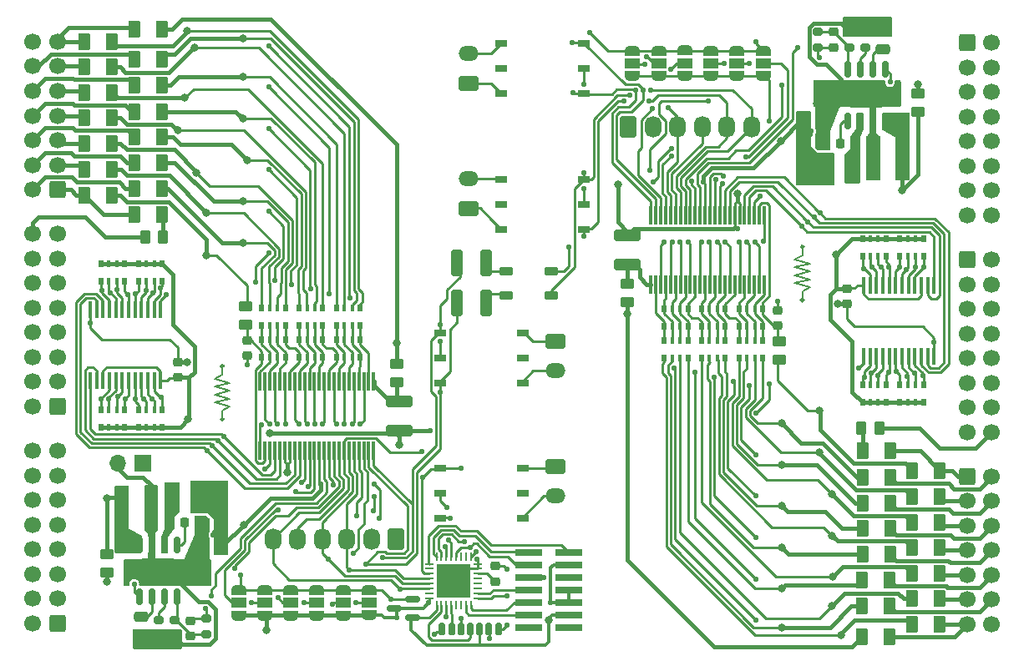
<source format=gtl>
%TF.GenerationSoftware,KiCad,Pcbnew,(6.0.9)*%
%TF.CreationDate,2023-03-24T14:57:06+01:00*%
%TF.ProjectId,bms_monitor,626d735f-6d6f-46e6-9974-6f722e6b6963,rev?*%
%TF.SameCoordinates,Original*%
%TF.FileFunction,Copper,L1,Top*%
%TF.FilePolarity,Positive*%
%FSLAX46Y46*%
G04 Gerber Fmt 4.6, Leading zero omitted, Abs format (unit mm)*
G04 Created by KiCad (PCBNEW (6.0.9)) date 2023-03-24 14:57:06*
%MOMM*%
%LPD*%
G01*
G04 APERTURE LIST*
G04 Aperture macros list*
%AMRoundRect*
0 Rectangle with rounded corners*
0 $1 Rounding radius*
0 $2 $3 $4 $5 $6 $7 $8 $9 X,Y pos of 4 corners*
0 Add a 4 corners polygon primitive as box body*
4,1,4,$2,$3,$4,$5,$6,$7,$8,$9,$2,$3,0*
0 Add four circle primitives for the rounded corners*
1,1,$1+$1,$2,$3*
1,1,$1+$1,$4,$5*
1,1,$1+$1,$6,$7*
1,1,$1+$1,$8,$9*
0 Add four rect primitives between the rounded corners*
20,1,$1+$1,$2,$3,$4,$5,0*
20,1,$1+$1,$4,$5,$6,$7,0*
20,1,$1+$1,$6,$7,$8,$9,0*
20,1,$1+$1,$8,$9,$2,$3,0*%
%AMFreePoly0*
4,1,22,0.550000,-0.750000,0.000000,-0.750000,0.000000,-0.745033,-0.079941,-0.743568,-0.215256,-0.701293,-0.333266,-0.622738,-0.424486,-0.514219,-0.481581,-0.384460,-0.499164,-0.250000,-0.500000,-0.250000,-0.500000,0.250000,-0.499164,0.250000,-0.499963,0.256109,-0.478152,0.396186,-0.417904,0.524511,-0.324060,0.630769,-0.204165,0.706417,-0.067858,0.745374,0.000000,0.744959,0.000000,0.750000,
0.550000,0.750000,0.550000,-0.750000,0.550000,-0.750000,$1*%
%AMFreePoly1*
4,1,20,0.000000,0.744959,0.073905,0.744508,0.209726,0.703889,0.328688,0.626782,0.421226,0.519385,0.479903,0.390333,0.500000,0.250000,0.500000,-0.250000,0.499851,-0.262216,0.476331,-0.402017,0.414519,-0.529596,0.319384,-0.634700,0.198574,-0.708877,0.061801,-0.746166,0.000000,-0.745033,0.000000,-0.750000,-0.550000,-0.750000,-0.550000,0.750000,0.000000,0.750000,0.000000,0.744959,
0.000000,0.744959,$1*%
G04 Aperture macros list end*
%TA.AperFunction,NonConductor*%
%ADD10C,0.150000*%
%TD*%
%TA.AperFunction,NonConductor*%
%ADD11C,0.275000*%
%TD*%
%TA.AperFunction,SMDPad,CuDef*%
%ADD12RoundRect,0.062500X-0.062500X0.375000X-0.062500X-0.375000X0.062500X-0.375000X0.062500X0.375000X0*%
%TD*%
%TA.AperFunction,SMDPad,CuDef*%
%ADD13RoundRect,0.062500X-0.375000X0.062500X-0.375000X-0.062500X0.375000X-0.062500X0.375000X0.062500X0*%
%TD*%
%TA.AperFunction,SMDPad,CuDef*%
%ADD14R,3.450000X3.450000*%
%TD*%
%TA.AperFunction,SMDPad,CuDef*%
%ADD15RoundRect,0.250000X-0.450000X0.262500X-0.450000X-0.262500X0.450000X-0.262500X0.450000X0.262500X0*%
%TD*%
%TA.AperFunction,SMDPad,CuDef*%
%ADD16FreePoly0,270.000000*%
%TD*%
%TA.AperFunction,SMDPad,CuDef*%
%ADD17R,1.500000X1.000000*%
%TD*%
%TA.AperFunction,SMDPad,CuDef*%
%ADD18FreePoly1,270.000000*%
%TD*%
%TA.AperFunction,SMDPad,CuDef*%
%ADD19R,0.500000X0.800000*%
%TD*%
%TA.AperFunction,SMDPad,CuDef*%
%ADD20R,0.400000X0.800000*%
%TD*%
%TA.AperFunction,SMDPad,CuDef*%
%ADD21RoundRect,0.250000X-0.375000X-0.625000X0.375000X-0.625000X0.375000X0.625000X-0.375000X0.625000X0*%
%TD*%
%TA.AperFunction,SMDPad,CuDef*%
%ADD22RoundRect,0.250000X0.450000X-0.262500X0.450000X0.262500X-0.450000X0.262500X-0.450000X-0.262500X0*%
%TD*%
%TA.AperFunction,SMDPad,CuDef*%
%ADD23RoundRect,0.250000X0.375000X0.625000X-0.375000X0.625000X-0.375000X-0.625000X0.375000X-0.625000X0*%
%TD*%
%TA.AperFunction,SMDPad,CuDef*%
%ADD24RoundRect,0.225000X0.225000X0.250000X-0.225000X0.250000X-0.225000X-0.250000X0.225000X-0.250000X0*%
%TD*%
%TA.AperFunction,SMDPad,CuDef*%
%ADD25R,1.270000X0.760000*%
%TD*%
%TA.AperFunction,SMDPad,CuDef*%
%ADD26RoundRect,0.250000X0.475000X-0.250000X0.475000X0.250000X-0.475000X0.250000X-0.475000X-0.250000X0*%
%TD*%
%TA.AperFunction,ComponentPad*%
%ADD27RoundRect,0.250000X-0.600000X-0.600000X0.600000X-0.600000X0.600000X0.600000X-0.600000X0.600000X0*%
%TD*%
%TA.AperFunction,ComponentPad*%
%ADD28C,1.700000*%
%TD*%
%TA.AperFunction,ComponentPad*%
%ADD29RoundRect,0.250001X0.759999X-0.499999X0.759999X0.499999X-0.759999X0.499999X-0.759999X-0.499999X0*%
%TD*%
%TA.AperFunction,ComponentPad*%
%ADD30O,2.020000X1.500000*%
%TD*%
%TA.AperFunction,SMDPad,CuDef*%
%ADD31RoundRect,0.225000X-0.250000X0.225000X-0.250000X-0.225000X0.250000X-0.225000X0.250000X0.225000X0*%
%TD*%
%TA.AperFunction,SMDPad,CuDef*%
%ADD32RoundRect,0.250000X-0.325000X-0.650000X0.325000X-0.650000X0.325000X0.650000X-0.325000X0.650000X0*%
%TD*%
%TA.AperFunction,SMDPad,CuDef*%
%ADD33RoundRect,0.250000X-0.325000X-1.100000X0.325000X-1.100000X0.325000X1.100000X-0.325000X1.100000X0*%
%TD*%
%TA.AperFunction,ComponentPad*%
%ADD34RoundRect,0.250000X0.600000X0.600000X-0.600000X0.600000X-0.600000X-0.600000X0.600000X-0.600000X0*%
%TD*%
%TA.AperFunction,SMDPad,CuDef*%
%ADD35RoundRect,0.150000X-0.150000X0.662500X-0.150000X-0.662500X0.150000X-0.662500X0.150000X0.662500X0*%
%TD*%
%TA.AperFunction,SMDPad,CuDef*%
%ADD36R,3.200000X2.514000*%
%TD*%
%TA.AperFunction,SMDPad,CuDef*%
%ADD37RoundRect,0.250000X-0.375000X-1.075000X0.375000X-1.075000X0.375000X1.075000X-0.375000X1.075000X0*%
%TD*%
%TA.AperFunction,SMDPad,CuDef*%
%ADD38RoundRect,0.150000X0.587500X0.150000X-0.587500X0.150000X-0.587500X-0.150000X0.587500X-0.150000X0*%
%TD*%
%TA.AperFunction,SMDPad,CuDef*%
%ADD39FreePoly0,90.000000*%
%TD*%
%TA.AperFunction,SMDPad,CuDef*%
%ADD40FreePoly1,90.000000*%
%TD*%
%TA.AperFunction,SMDPad,CuDef*%
%ADD41RoundRect,0.250000X-0.250000X-0.475000X0.250000X-0.475000X0.250000X0.475000X-0.250000X0.475000X0*%
%TD*%
%TA.AperFunction,SMDPad,CuDef*%
%ADD42RoundRect,0.250000X0.262500X0.450000X-0.262500X0.450000X-0.262500X-0.450000X0.262500X-0.450000X0*%
%TD*%
%TA.AperFunction,SMDPad,CuDef*%
%ADD43RoundRect,0.200000X-0.275000X0.200000X-0.275000X-0.200000X0.275000X-0.200000X0.275000X0.200000X0*%
%TD*%
%TA.AperFunction,SMDPad,CuDef*%
%ADD44RoundRect,0.150000X0.150000X-0.662500X0.150000X0.662500X-0.150000X0.662500X-0.150000X-0.662500X0*%
%TD*%
%TA.AperFunction,ComponentPad*%
%ADD45RoundRect,0.250000X-0.600000X0.850000X-0.600000X-0.850000X0.600000X-0.850000X0.600000X0.850000X0*%
%TD*%
%TA.AperFunction,ComponentPad*%
%ADD46O,1.700000X2.200000*%
%TD*%
%TA.AperFunction,SMDPad,CuDef*%
%ADD47RoundRect,0.200000X0.275000X-0.200000X0.275000X0.200000X-0.275000X0.200000X-0.275000X-0.200000X0*%
%TD*%
%TA.AperFunction,SMDPad,CuDef*%
%ADD48RoundRect,0.250000X0.325000X0.650000X-0.325000X0.650000X-0.325000X-0.650000X0.325000X-0.650000X0*%
%TD*%
%TA.AperFunction,SMDPad,CuDef*%
%ADD49R,0.450000X1.750000*%
%TD*%
%TA.AperFunction,SMDPad,CuDef*%
%ADD50RoundRect,0.250000X0.250000X0.475000X-0.250000X0.475000X-0.250000X-0.475000X0.250000X-0.475000X0*%
%TD*%
%TA.AperFunction,SMDPad,CuDef*%
%ADD51RoundRect,0.225000X0.250000X-0.225000X0.250000X0.225000X-0.250000X0.225000X-0.250000X-0.225000X0*%
%TD*%
%TA.AperFunction,SMDPad,CuDef*%
%ADD52RoundRect,0.250000X0.375000X1.075000X-0.375000X1.075000X-0.375000X-1.075000X0.375000X-1.075000X0*%
%TD*%
%TA.AperFunction,SMDPad,CuDef*%
%ADD53RoundRect,0.225000X-0.450000X-0.225000X0.450000X-0.225000X0.450000X0.225000X-0.450000X0.225000X0*%
%TD*%
%TA.AperFunction,SMDPad,CuDef*%
%ADD54RoundRect,0.075000X0.075000X-0.875000X0.075000X0.875000X-0.075000X0.875000X-0.075000X-0.875000X0*%
%TD*%
%TA.AperFunction,ComponentPad*%
%ADD55RoundRect,0.250000X0.600000X-0.850000X0.600000X0.850000X-0.600000X0.850000X-0.600000X-0.850000X0*%
%TD*%
%TA.AperFunction,SMDPad,CuDef*%
%ADD56RoundRect,0.250000X-0.475000X0.250000X-0.475000X-0.250000X0.475000X-0.250000X0.475000X0.250000X0*%
%TD*%
%TA.AperFunction,SMDPad,CuDef*%
%ADD57RoundRect,0.225000X-0.225000X-0.250000X0.225000X-0.250000X0.225000X0.250000X-0.225000X0.250000X0*%
%TD*%
%TA.AperFunction,SMDPad,CuDef*%
%ADD58RoundRect,0.250000X-1.100000X0.325000X-1.100000X-0.325000X1.100000X-0.325000X1.100000X0.325000X0*%
%TD*%
%TA.AperFunction,ComponentPad*%
%ADD59RoundRect,0.250001X-0.759999X0.499999X-0.759999X-0.499999X0.759999X-0.499999X0.759999X0.499999X0*%
%TD*%
%TA.AperFunction,SMDPad,CuDef*%
%ADD60RoundRect,0.075000X-0.075000X0.875000X-0.075000X-0.875000X0.075000X-0.875000X0.075000X0.875000X0*%
%TD*%
%TA.AperFunction,ComponentPad*%
%ADD61O,1.700000X1.700000*%
%TD*%
%TA.AperFunction,ComponentPad*%
%ADD62R,1.700000X1.700000*%
%TD*%
%TA.AperFunction,SMDPad,CuDef*%
%ADD63R,2.790000X0.740000*%
%TD*%
%TA.AperFunction,SMDPad,CuDef*%
%ADD64RoundRect,0.250000X-0.262500X-0.450000X0.262500X-0.450000X0.262500X0.450000X-0.262500X0.450000X0*%
%TD*%
%TA.AperFunction,SMDPad,CuDef*%
%ADD65RoundRect,0.218750X-0.256250X0.218750X-0.256250X-0.218750X0.256250X-0.218750X0.256250X0.218750X0*%
%TD*%
%TA.AperFunction,SMDPad,CuDef*%
%ADD66RoundRect,0.250000X1.100000X-0.325000X1.100000X0.325000X-1.100000X0.325000X-1.100000X-0.325000X0*%
%TD*%
%TA.AperFunction,SMDPad,CuDef*%
%ADD67RoundRect,0.160000X-0.160000X-0.475000X0.160000X-0.475000X0.160000X0.475000X-0.160000X0.475000X0*%
%TD*%
%TA.AperFunction,ViaPad*%
%ADD68C,0.550000*%
%TD*%
%TA.AperFunction,ViaPad*%
%ADD69C,0.800000*%
%TD*%
%TA.AperFunction,Conductor*%
%ADD70C,0.400000*%
%TD*%
%TA.AperFunction,Conductor*%
%ADD71C,0.250000*%
%TD*%
%TA.AperFunction,Conductor*%
%ADD72C,0.350000*%
%TD*%
G04 APERTURE END LIST*
D10*
X107300000Y-100800000D02*
X108900000Y-101200000D01*
X167700000Y-89900000D02*
X166100000Y-89500000D01*
D11*
X167037500Y-85800000D02*
G75*
G03*
X167037500Y-85800000I-137500J0D01*
G01*
D10*
X108900000Y-99600000D02*
X107300000Y-100000000D01*
X166100000Y-88700000D02*
X167700000Y-88300000D01*
X166100000Y-87100000D02*
X166900000Y-86700000D01*
D11*
X108237500Y-103300000D02*
G75*
G03*
X108237500Y-103300000I-137500J0D01*
G01*
D10*
X107300000Y-99200000D02*
X108900000Y-99600000D01*
X167700000Y-87500000D02*
X166100000Y-87100000D01*
X108900000Y-102000000D02*
X108100000Y-102400000D01*
X166900000Y-90300000D02*
X167700000Y-89900000D01*
X166900000Y-91200000D02*
X166900000Y-90300000D01*
X108900000Y-101200000D02*
X107300000Y-101600000D01*
X167700000Y-88300000D02*
X166100000Y-87900000D01*
X108900000Y-100400000D02*
X107300000Y-100800000D01*
D11*
X167037500Y-91200000D02*
G75*
G03*
X167037500Y-91200000I-137500J0D01*
G01*
X108237500Y-97900000D02*
G75*
G03*
X108237500Y-97900000I-137500J0D01*
G01*
D10*
X108100000Y-98800000D02*
X107300000Y-99200000D01*
X166100000Y-87900000D02*
X167700000Y-87500000D01*
X108100000Y-102400000D02*
X108100000Y-103300000D01*
X166900000Y-86700000D02*
X166900000Y-85800000D01*
X167700000Y-89100000D02*
X166100000Y-88700000D01*
X166100000Y-89500000D02*
X167700000Y-89100000D01*
X107300000Y-100000000D02*
X108900000Y-100400000D01*
X107300000Y-101600000D02*
X108900000Y-102000000D01*
X108100000Y-97900000D02*
X108100000Y-98800000D01*
D12*
X133322000Y-117279700D03*
X132822000Y-117279700D03*
X132322000Y-117279700D03*
X131822000Y-117279700D03*
X131322000Y-117279700D03*
X130822000Y-117279700D03*
X130322000Y-117279700D03*
X129822000Y-117279700D03*
D13*
X129134500Y-117967200D03*
X129134500Y-118467200D03*
X129134500Y-118967200D03*
X129134500Y-119467200D03*
X129134500Y-119967200D03*
X129134500Y-120467200D03*
X129134500Y-120967200D03*
X129134500Y-121467200D03*
D12*
X129822000Y-122154700D03*
X130322000Y-122154700D03*
X130822000Y-122154700D03*
X131322000Y-122154700D03*
X131822000Y-122154700D03*
X132322000Y-122154700D03*
X132822000Y-122154700D03*
X133322000Y-122154700D03*
D13*
X134009500Y-121467200D03*
X134009500Y-120967200D03*
X134009500Y-120467200D03*
X134009500Y-119967200D03*
X134009500Y-119467200D03*
X134009500Y-118967200D03*
X134009500Y-118467200D03*
X134009500Y-117967200D03*
D14*
X131572000Y-119717200D03*
D15*
X110439200Y-91848300D03*
X110439200Y-93673300D03*
D16*
X120335300Y-120620000D03*
D17*
X120335300Y-121920000D03*
D18*
X120335300Y-123220000D03*
D19*
X102000000Y-87500000D03*
D20*
X101200000Y-87500000D03*
X100400000Y-87500000D03*
D19*
X99600000Y-87500000D03*
X99600000Y-89300000D03*
D20*
X100400000Y-89300000D03*
X101200000Y-89300000D03*
D19*
X102000000Y-89300000D03*
D21*
X172968000Y-119634000D03*
X175768000Y-119634000D03*
D22*
X164592000Y-97229300D03*
X164592000Y-95404300D03*
D23*
X96954800Y-67564000D03*
X94154800Y-67564000D03*
D16*
X109768900Y-120620000D03*
D17*
X109768900Y-121920000D03*
D18*
X109768900Y-123220000D03*
D23*
X96954800Y-70154800D03*
X94154800Y-70154800D03*
X101984000Y-77266800D03*
X99184000Y-77266800D03*
D24*
X104275000Y-113800000D03*
X102725000Y-113800000D03*
D15*
X125800000Y-97687500D03*
X125800000Y-99512500D03*
D19*
X112100000Y-97000000D03*
D20*
X112900000Y-97000000D03*
X113700000Y-97000000D03*
D19*
X114500000Y-97000000D03*
X114500000Y-95200000D03*
D20*
X113700000Y-95200000D03*
X112900000Y-95200000D03*
D19*
X112100000Y-95200000D03*
D21*
X172996400Y-116992400D03*
X175796400Y-116992400D03*
D25*
X138590000Y-113334800D03*
X138590000Y-110794800D03*
X138590000Y-108254800D03*
X130210000Y-108254800D03*
X130210000Y-110794800D03*
X130210000Y-113334800D03*
D26*
X175100000Y-65750000D03*
X175100000Y-63850000D03*
D19*
X159100000Y-95300000D03*
D20*
X158300000Y-95300000D03*
X157500000Y-95300000D03*
D19*
X156700000Y-95300000D03*
X156700000Y-97100000D03*
D20*
X157500000Y-97100000D03*
X158300000Y-97100000D03*
D19*
X159100000Y-97100000D03*
D27*
X183600000Y-65100000D03*
D28*
X183600000Y-67600000D03*
X183600000Y-70100000D03*
X183600000Y-72600000D03*
X183600000Y-75100000D03*
X183600000Y-77600000D03*
X183600000Y-80100000D03*
X183600000Y-82600000D03*
X186100000Y-65100000D03*
X186100000Y-67600000D03*
X186100000Y-70100000D03*
X186100000Y-72600000D03*
X186100000Y-75100000D03*
X186100000Y-77600000D03*
X186100000Y-80100000D03*
X186100000Y-82600000D03*
D22*
X149200000Y-91412500D03*
X149200000Y-89587500D03*
D29*
X133100000Y-69200000D03*
D30*
X133100000Y-66200000D03*
D31*
X103600000Y-97525000D03*
X103600000Y-99075000D03*
D19*
X112100000Y-93800000D03*
D20*
X112900000Y-93800000D03*
X113700000Y-93800000D03*
D19*
X114500000Y-93800000D03*
X114500000Y-92000000D03*
D20*
X113700000Y-92000000D03*
X112900000Y-92000000D03*
D19*
X112100000Y-92000000D03*
D32*
X98025000Y-113600000D03*
X100975000Y-113600000D03*
D22*
X96400000Y-118812500D03*
X96400000Y-116987500D03*
D16*
X112410500Y-120620000D03*
D17*
X112410500Y-121920000D03*
D18*
X112410500Y-123220000D03*
D33*
X131900400Y-87401400D03*
X134850400Y-87401400D03*
D34*
X91400000Y-124000000D03*
D28*
X91400000Y-121500000D03*
X91400000Y-119000000D03*
X91400000Y-116500000D03*
X91400000Y-114000000D03*
X91400000Y-111500000D03*
X91400000Y-109000000D03*
X91400000Y-106500000D03*
X88900000Y-124000000D03*
X88900000Y-121500000D03*
X88900000Y-119000000D03*
X88900000Y-116500000D03*
X88900000Y-114000000D03*
X88900000Y-111500000D03*
X88900000Y-109000000D03*
X88900000Y-106500000D03*
D35*
X175305000Y-67762500D03*
X174035000Y-67762500D03*
X172765000Y-67762500D03*
X171495000Y-67762500D03*
X171495000Y-73037500D03*
X172765000Y-73037500D03*
X174035000Y-73037500D03*
X175305000Y-73037500D03*
D36*
X173400000Y-70400000D03*
D19*
X159100000Y-92100000D03*
D20*
X158300000Y-92100000D03*
X157500000Y-92100000D03*
D19*
X156700000Y-92100000D03*
X156700000Y-93900000D03*
D20*
X157500000Y-93900000D03*
X158300000Y-93900000D03*
D19*
X159100000Y-93900000D03*
D37*
X102900000Y-111200000D03*
X105700000Y-111200000D03*
D25*
X136410000Y-78960000D03*
X136410000Y-81500000D03*
X136410000Y-84040000D03*
X144790000Y-84040000D03*
X144790000Y-81500000D03*
X144790000Y-78960000D03*
D38*
X127429500Y-123428800D03*
X127429500Y-121528800D03*
X125554500Y-122478800D03*
D34*
X91400000Y-80000000D03*
D28*
X91400000Y-77500000D03*
X91400000Y-75000000D03*
X91400000Y-72500000D03*
X91400000Y-70000000D03*
X91400000Y-67500000D03*
X91400000Y-65000000D03*
X88900000Y-80000000D03*
X88900000Y-77500000D03*
X88900000Y-75000000D03*
X88900000Y-72500000D03*
X88900000Y-70000000D03*
X88900000Y-67500000D03*
X88900000Y-65000000D03*
D32*
X98025000Y-111200000D03*
X100975000Y-111200000D03*
D23*
X96954800Y-77927200D03*
X94154800Y-77927200D03*
X102034800Y-63703200D03*
X99234800Y-63703200D03*
X101984000Y-72085200D03*
X99184000Y-72085200D03*
D39*
X160283900Y-68500000D03*
D17*
X160283900Y-67200000D03*
D40*
X160283900Y-65900000D03*
D23*
X102034800Y-66802000D03*
X99234800Y-66802000D03*
D19*
X176800000Y-101600000D03*
D20*
X177600000Y-101600000D03*
X178400000Y-101600000D03*
D19*
X179200000Y-101600000D03*
X179200000Y-99800000D03*
D20*
X178400000Y-99800000D03*
X177600000Y-99800000D03*
D19*
X176800000Y-99800000D03*
D41*
X167150000Y-73000000D03*
X169050000Y-73000000D03*
D42*
X102106100Y-84836000D03*
X100281100Y-84836000D03*
D27*
X183600000Y-109100000D03*
D28*
X183600000Y-111600000D03*
X183600000Y-114100000D03*
X183600000Y-116600000D03*
X183600000Y-119100000D03*
X183600000Y-121600000D03*
X183600000Y-124100000D03*
X186100000Y-109100000D03*
X186100000Y-111600000D03*
X186100000Y-114100000D03*
X186100000Y-116600000D03*
X186100000Y-119100000D03*
X186100000Y-121600000D03*
X186100000Y-124100000D03*
D29*
X133096000Y-81915000D03*
D30*
X133096000Y-78915000D03*
D43*
X173300000Y-63975000D03*
X173300000Y-65625000D03*
D44*
X99695000Y-121337500D03*
X100965000Y-121337500D03*
X102235000Y-121337500D03*
X103505000Y-121337500D03*
X103505000Y-116062500D03*
X102235000Y-116062500D03*
X100965000Y-116062500D03*
X99695000Y-116062500D03*
D36*
X101600000Y-118700000D03*
D45*
X125750000Y-115430000D03*
D46*
X123250000Y-115430000D03*
X120750000Y-115430000D03*
X118250000Y-115430000D03*
X115750000Y-115430000D03*
X113250000Y-115430000D03*
D47*
X101700000Y-125335800D03*
X101700000Y-123685800D03*
D19*
X115900000Y-97000000D03*
D20*
X116700000Y-97000000D03*
X117500000Y-97000000D03*
D19*
X118300000Y-97000000D03*
X118300000Y-95200000D03*
D20*
X117500000Y-95200000D03*
X116700000Y-95200000D03*
D19*
X115900000Y-95200000D03*
D48*
X176975000Y-75500000D03*
X174025000Y-75500000D03*
D21*
X178025600Y-116332000D03*
X180825600Y-116332000D03*
D49*
X173125000Y-96900000D03*
X173775000Y-96900000D03*
X174425000Y-96900000D03*
X175075000Y-96900000D03*
X175725000Y-96900000D03*
X176375000Y-96900000D03*
X177025000Y-96900000D03*
X177675000Y-96900000D03*
X178325000Y-96900000D03*
X178975000Y-96900000D03*
X179625000Y-96900000D03*
X180275000Y-96900000D03*
X180275000Y-89700000D03*
X179625000Y-89700000D03*
X178975000Y-89700000D03*
X178325000Y-89700000D03*
X177675000Y-89700000D03*
X177025000Y-89700000D03*
X176375000Y-89700000D03*
X175725000Y-89700000D03*
X175075000Y-89700000D03*
X174425000Y-89700000D03*
X173775000Y-89700000D03*
X173125000Y-89700000D03*
D19*
X119700000Y-97000000D03*
D20*
X120500000Y-97000000D03*
X121300000Y-97000000D03*
D19*
X122100000Y-97000000D03*
X122100000Y-95200000D03*
D20*
X121300000Y-95200000D03*
X120500000Y-95200000D03*
D19*
X119700000Y-95200000D03*
D50*
X107850000Y-116100000D03*
X105950000Y-116100000D03*
D43*
X171700000Y-63975000D03*
X171700000Y-65625000D03*
D51*
X170100000Y-65575000D03*
X170100000Y-64025000D03*
D49*
X101875000Y-92200000D03*
X101225000Y-92200000D03*
X100575000Y-92200000D03*
X99925000Y-92200000D03*
X99275000Y-92200000D03*
X98625000Y-92200000D03*
X97975000Y-92200000D03*
X97325000Y-92200000D03*
X96675000Y-92200000D03*
X96025000Y-92200000D03*
X95375000Y-92200000D03*
X94725000Y-92200000D03*
X94725000Y-99400000D03*
X95375000Y-99400000D03*
X96025000Y-99400000D03*
X96675000Y-99400000D03*
X97325000Y-99400000D03*
X97975000Y-99400000D03*
X98625000Y-99400000D03*
X99275000Y-99400000D03*
X99925000Y-99400000D03*
X100575000Y-99400000D03*
X101225000Y-99400000D03*
X101875000Y-99400000D03*
D19*
X162900000Y-92100000D03*
D20*
X162100000Y-92100000D03*
X161300000Y-92100000D03*
D19*
X160500000Y-92100000D03*
X160500000Y-93900000D03*
D20*
X161300000Y-93900000D03*
X162100000Y-93900000D03*
D19*
X162900000Y-93900000D03*
X99600000Y-104100000D03*
D20*
X100400000Y-104100000D03*
X101200000Y-104100000D03*
D19*
X102000000Y-104100000D03*
X102000000Y-102300000D03*
D20*
X101200000Y-102300000D03*
X100400000Y-102300000D03*
D19*
X99600000Y-102300000D03*
D52*
X172100000Y-77900000D03*
X169300000Y-77900000D03*
D53*
X136925000Y-88250000D03*
X136925000Y-90750000D03*
X141475000Y-90750000D03*
X141475000Y-88250000D03*
D19*
X155300000Y-92100000D03*
D20*
X154500000Y-92100000D03*
X153700000Y-92100000D03*
D19*
X152900000Y-92100000D03*
X152900000Y-93900000D03*
D20*
X153700000Y-93900000D03*
X154500000Y-93900000D03*
D19*
X155300000Y-93900000D03*
D21*
X178025600Y-124104400D03*
X180825600Y-124104400D03*
D54*
X151550000Y-89600000D03*
X152050000Y-89600000D03*
X152550000Y-89600000D03*
X153050000Y-89600000D03*
X153550000Y-89600000D03*
X154050000Y-89600000D03*
X154550000Y-89600000D03*
X155050000Y-89600000D03*
X155550000Y-89600000D03*
X156050000Y-89600000D03*
X156550000Y-89600000D03*
X157050000Y-89600000D03*
X157550000Y-89600000D03*
X158050000Y-89600000D03*
X158550000Y-89600000D03*
X159050000Y-89600000D03*
X159550000Y-89600000D03*
X160050000Y-89600000D03*
X160550000Y-89600000D03*
X161050000Y-89600000D03*
X161550000Y-89600000D03*
X162050000Y-89600000D03*
X162550000Y-89600000D03*
X163050000Y-89600000D03*
X163050000Y-82600000D03*
X162550000Y-82600000D03*
X162050000Y-82600000D03*
X161550000Y-82600000D03*
X161050000Y-82600000D03*
X160550000Y-82600000D03*
X160050000Y-82600000D03*
X159550000Y-82600000D03*
X159050000Y-82600000D03*
X158550000Y-82600000D03*
X158050000Y-82600000D03*
X157550000Y-82600000D03*
X157050000Y-82600000D03*
X156550000Y-82600000D03*
X156050000Y-82600000D03*
X155550000Y-82600000D03*
X155050000Y-82600000D03*
X154550000Y-82600000D03*
X154050000Y-82600000D03*
X153550000Y-82600000D03*
X153050000Y-82600000D03*
X152550000Y-82600000D03*
X152050000Y-82600000D03*
X151550000Y-82600000D03*
D47*
X103276400Y-125335800D03*
X103276400Y-123685800D03*
D48*
X176975000Y-77900000D03*
X174025000Y-77900000D03*
D55*
X149250000Y-73670000D03*
D46*
X151750000Y-73670000D03*
X154250000Y-73670000D03*
X156750000Y-73670000D03*
X159250000Y-73670000D03*
X161750000Y-73670000D03*
D23*
X96954800Y-75336400D03*
X94154800Y-75336400D03*
X96954800Y-72745600D03*
X94154800Y-72745600D03*
D25*
X136410000Y-65160000D03*
X136410000Y-67700000D03*
X136410000Y-70240000D03*
X144790000Y-70240000D03*
X144790000Y-67700000D03*
X144790000Y-65160000D03*
D21*
X178025600Y-111150400D03*
X180825600Y-111150400D03*
D23*
X101984000Y-82550000D03*
X99184000Y-82550000D03*
D56*
X99900000Y-123350000D03*
X99900000Y-125250000D03*
D19*
X175400000Y-85000000D03*
D20*
X174600000Y-85000000D03*
X173800000Y-85000000D03*
D19*
X173000000Y-85000000D03*
X173000000Y-86800000D03*
D20*
X173800000Y-86800000D03*
X174600000Y-86800000D03*
D19*
X175400000Y-86800000D03*
X173000000Y-101600000D03*
D20*
X173800000Y-101600000D03*
X174600000Y-101600000D03*
D19*
X175400000Y-101600000D03*
X175400000Y-99800000D03*
D20*
X174600000Y-99800000D03*
X173800000Y-99800000D03*
D19*
X173000000Y-99800000D03*
X179200000Y-85000000D03*
D20*
X178400000Y-85000000D03*
X177600000Y-85000000D03*
D19*
X176800000Y-85000000D03*
X176800000Y-86800000D03*
D20*
X177600000Y-86800000D03*
X178400000Y-86800000D03*
D19*
X179200000Y-86800000D03*
D39*
X149700000Y-68500000D03*
D17*
X149700000Y-67200000D03*
D40*
X149700000Y-65900000D03*
D21*
X172996400Y-109169200D03*
X175796400Y-109169200D03*
D19*
X98200000Y-87500000D03*
D20*
X97400000Y-87500000D03*
X96600000Y-87500000D03*
D19*
X95800000Y-87500000D03*
X95800000Y-89300000D03*
D20*
X96600000Y-89300000D03*
X97400000Y-89300000D03*
D19*
X98200000Y-89300000D03*
D57*
X170725000Y-75300000D03*
X172275000Y-75300000D03*
D21*
X172996400Y-111810800D03*
X175796400Y-111810800D03*
D23*
X101984000Y-74676000D03*
X99184000Y-74676000D03*
D58*
X126034800Y-101496600D03*
X126034800Y-104446600D03*
D27*
X183600000Y-87100000D03*
D28*
X183600000Y-89600000D03*
X183600000Y-92100000D03*
X183600000Y-94600000D03*
X183600000Y-97100000D03*
X183600000Y-99600000D03*
X183600000Y-102100000D03*
X183600000Y-104600000D03*
X186100000Y-87100000D03*
X186100000Y-89600000D03*
X186100000Y-92100000D03*
X186100000Y-94600000D03*
X186100000Y-97100000D03*
X186100000Y-99600000D03*
X186100000Y-102100000D03*
X186100000Y-104600000D03*
D19*
X155300000Y-95300000D03*
D20*
X154500000Y-95300000D03*
X153700000Y-95300000D03*
D19*
X152900000Y-95300000D03*
X152900000Y-97100000D03*
D20*
X153700000Y-97100000D03*
X154500000Y-97100000D03*
D19*
X155300000Y-97100000D03*
D39*
X162925500Y-68500000D03*
D17*
X162925500Y-67200000D03*
D40*
X162925500Y-65900000D03*
D59*
X141900000Y-95400000D03*
D30*
X141900000Y-98400000D03*
D41*
X167150000Y-75100000D03*
X169050000Y-75100000D03*
D60*
X123450000Y-99500000D03*
X122950000Y-99500000D03*
X122450000Y-99500000D03*
X121950000Y-99500000D03*
X121450000Y-99500000D03*
X120950000Y-99500000D03*
X120450000Y-99500000D03*
X119950000Y-99500000D03*
X119450000Y-99500000D03*
X118950000Y-99500000D03*
X118450000Y-99500000D03*
X117950000Y-99500000D03*
X117450000Y-99500000D03*
X116950000Y-99500000D03*
X116450000Y-99500000D03*
X115950000Y-99500000D03*
X115450000Y-99500000D03*
X114950000Y-99500000D03*
X114450000Y-99500000D03*
X113950000Y-99500000D03*
X113450000Y-99500000D03*
X112950000Y-99500000D03*
X112450000Y-99500000D03*
X111950000Y-99500000D03*
X111950000Y-106500000D03*
X112450000Y-106500000D03*
X112950000Y-106500000D03*
X113450000Y-106500000D03*
X113950000Y-106500000D03*
X114450000Y-106500000D03*
X114950000Y-106500000D03*
X115450000Y-106500000D03*
X115950000Y-106500000D03*
X116450000Y-106500000D03*
X116950000Y-106500000D03*
X117450000Y-106500000D03*
X117950000Y-106500000D03*
X118450000Y-106500000D03*
X118950000Y-106500000D03*
X119450000Y-106500000D03*
X119950000Y-106500000D03*
X120450000Y-106500000D03*
X120950000Y-106500000D03*
X121450000Y-106500000D03*
X121950000Y-106500000D03*
X122450000Y-106500000D03*
X122950000Y-106500000D03*
X123450000Y-106500000D03*
D31*
X164400000Y-92225000D03*
X164400000Y-93775000D03*
D19*
X115900000Y-93800000D03*
D20*
X116700000Y-93800000D03*
X117500000Y-93800000D03*
D19*
X118300000Y-93800000D03*
X118300000Y-92000000D03*
D20*
X117500000Y-92000000D03*
X116700000Y-92000000D03*
D19*
X115900000Y-92000000D03*
D61*
X97541000Y-107746800D03*
D62*
X100081000Y-107746800D03*
D51*
X171400000Y-91575000D03*
X171400000Y-90025000D03*
D33*
X131900400Y-91516200D03*
X134850400Y-91516200D03*
D31*
X104900000Y-123735800D03*
X104900000Y-125285800D03*
D23*
X102012400Y-69443600D03*
X99212400Y-69443600D03*
D43*
X106500000Y-123475000D03*
X106500000Y-125125000D03*
D25*
X138590000Y-99592000D03*
X138590000Y-97052000D03*
X138590000Y-94512000D03*
X130210000Y-94512000D03*
X130210000Y-97052000D03*
X130210000Y-99592000D03*
D16*
X115052100Y-120620000D03*
D17*
X115052100Y-121920000D03*
D18*
X115052100Y-123220000D03*
D21*
X178025600Y-108508800D03*
X180825600Y-108508800D03*
X172996400Y-106527600D03*
X175796400Y-106527600D03*
D39*
X157642300Y-68500000D03*
D17*
X157642300Y-67200000D03*
D40*
X157642300Y-65900000D03*
D21*
X172996400Y-114401600D03*
X175796400Y-114401600D03*
D19*
X162900000Y-95300000D03*
D20*
X162100000Y-95300000D03*
X161300000Y-95300000D03*
D19*
X160500000Y-95300000D03*
X160500000Y-97100000D03*
D20*
X161300000Y-97100000D03*
X162100000Y-97100000D03*
D19*
X162900000Y-97100000D03*
D16*
X122986800Y-120600000D03*
D17*
X122986800Y-121900000D03*
D18*
X122986800Y-123200000D03*
D21*
X172973650Y-122275600D03*
X175773650Y-122275600D03*
D63*
X143208200Y-124409200D03*
X139138200Y-124409200D03*
X143208200Y-123139200D03*
X139138200Y-123139200D03*
X143208200Y-121869200D03*
X139138200Y-121869200D03*
X143208200Y-120599200D03*
X139138200Y-120599200D03*
X143208200Y-119329200D03*
X139138200Y-119329200D03*
X143208200Y-118059200D03*
X139138200Y-118059200D03*
X143208200Y-116789200D03*
X139138200Y-116789200D03*
D21*
X178029250Y-118922800D03*
X180829250Y-118922800D03*
D59*
X141900000Y-108102400D03*
D30*
X141900000Y-111102400D03*
D39*
X154990800Y-68483000D03*
D17*
X154990800Y-67183000D03*
D40*
X154990800Y-65883000D03*
D23*
X96954800Y-64973200D03*
X94154800Y-64973200D03*
D19*
X95800000Y-104100000D03*
D20*
X96600000Y-104100000D03*
X97400000Y-104100000D03*
D19*
X98200000Y-104100000D03*
X98200000Y-102300000D03*
D20*
X97400000Y-102300000D03*
X96600000Y-102300000D03*
D19*
X95800000Y-102300000D03*
D50*
X107850000Y-114000000D03*
X105950000Y-114000000D03*
D21*
X178025600Y-113741200D03*
X180825600Y-113741200D03*
D23*
X101984000Y-79908400D03*
X99184000Y-79908400D03*
D15*
X178600000Y-70287500D03*
X178600000Y-72112500D03*
D51*
X110600000Y-96875000D03*
X110600000Y-95325000D03*
D47*
X168500000Y-65625000D03*
X168500000Y-63975000D03*
D64*
X172874300Y-104241600D03*
X174699300Y-104241600D03*
D21*
X178025600Y-121513600D03*
X180825600Y-121513600D03*
D34*
X91400000Y-102000000D03*
D28*
X91400000Y-99500000D03*
X91400000Y-97000000D03*
X91400000Y-94500000D03*
X91400000Y-92000000D03*
X91400000Y-89500000D03*
X91400000Y-87000000D03*
X91400000Y-84500000D03*
X88900000Y-102000000D03*
X88900000Y-99500000D03*
X88900000Y-97000000D03*
X88900000Y-94500000D03*
X88900000Y-92000000D03*
X88900000Y-89500000D03*
X88900000Y-87000000D03*
X88900000Y-84500000D03*
D39*
X152349200Y-68500000D03*
D17*
X152349200Y-67200000D03*
D40*
X152349200Y-65900000D03*
D16*
X117693700Y-120620000D03*
D17*
X117693700Y-121920000D03*
D18*
X117693700Y-123220000D03*
D65*
X135763000Y-118186100D03*
X135763000Y-119761100D03*
D23*
X96954800Y-80568800D03*
X94154800Y-80568800D03*
D66*
X149200000Y-87575000D03*
X149200000Y-84625000D03*
D67*
X130398400Y-124600000D03*
X131348400Y-124600000D03*
X132298400Y-124600000D03*
X133248400Y-124600000D03*
X134198400Y-124600000D03*
X135148400Y-124600000D03*
X136098400Y-124600000D03*
D19*
X119700000Y-93800000D03*
D20*
X120500000Y-93800000D03*
X121300000Y-93800000D03*
D19*
X122100000Y-93800000D03*
X122100000Y-92000000D03*
D20*
X121300000Y-92000000D03*
X120500000Y-92000000D03*
D19*
X119700000Y-92000000D03*
D21*
X172973650Y-125369400D03*
X175773650Y-125369400D03*
D68*
X144800000Y-78300000D03*
X149418339Y-70451000D03*
X151552863Y-69950198D03*
D69*
X141173200Y-123698000D03*
D68*
X131021427Y-115569771D03*
X133873651Y-116747444D03*
D69*
X114678314Y-108674203D03*
X112929271Y-104674012D03*
D68*
X129150500Y-104439401D03*
D69*
X106600000Y-117800000D03*
X112586800Y-124663700D03*
D68*
X129045973Y-121920973D03*
D69*
X101500000Y-119400000D03*
X126034800Y-105867200D03*
X103800000Y-118700000D03*
D68*
X133921500Y-117536618D03*
D69*
X103600000Y-119700000D03*
X102300000Y-118700000D03*
X104500500Y-97500000D03*
X104900000Y-117800000D03*
D68*
X94725000Y-93575000D03*
X131572000Y-119717200D03*
X137007600Y-124155200D03*
X131305000Y-121056400D03*
D69*
X106524500Y-119300000D03*
X104900000Y-119300000D03*
X100600000Y-118700000D03*
D68*
X141376400Y-121869200D03*
X125833813Y-123441787D03*
X132994400Y-121056400D03*
X110623911Y-97776089D03*
X133224151Y-116293119D03*
X135178800Y-125577600D03*
X107200000Y-115000000D03*
D69*
X108100000Y-111900000D03*
D68*
X118099000Y-109866063D03*
D69*
X104650000Y-103278400D03*
D68*
X125211800Y-121528800D03*
D69*
X110258932Y-114058932D03*
X108100000Y-110100000D03*
D68*
X106400353Y-122499647D03*
D69*
X108100000Y-111000000D03*
D68*
X109980000Y-119126000D03*
X116846334Y-110132542D03*
X116176376Y-109684251D03*
X99300000Y-90600000D03*
X97523911Y-101023911D03*
X119320023Y-109920022D03*
D69*
X170100000Y-71300000D03*
X171200000Y-70400000D03*
X170499500Y-91600000D03*
X168400000Y-71300000D03*
X172700000Y-70400000D03*
D68*
X162200000Y-65000000D03*
D69*
X171400000Y-69400000D03*
X170100000Y-69800000D03*
D68*
X180275000Y-95525000D03*
D69*
X168475500Y-69800000D03*
D68*
X145385534Y-64031504D03*
D69*
X160321686Y-80425797D03*
X148199500Y-79451200D03*
D68*
X160300000Y-84000000D03*
D69*
X174400000Y-70400000D03*
D68*
X164376089Y-91323911D03*
D69*
X173500000Y-69700000D03*
D68*
X158153666Y-78967458D03*
X158823624Y-79415749D03*
X155679977Y-79179978D03*
D69*
X96400000Y-111335200D03*
D68*
X119278400Y-122072400D03*
X122631200Y-117983000D03*
X130200000Y-100557200D03*
X121615200Y-121900000D03*
X124342642Y-117345769D03*
X130210000Y-93710000D03*
X131216400Y-113334800D03*
X126107305Y-120507051D03*
X118821200Y-117500400D03*
X120954800Y-118584500D03*
X153287000Y-71651400D03*
X121700000Y-113069500D03*
X113741200Y-121412000D03*
X116382800Y-121920000D03*
X121361200Y-116890800D03*
X113743911Y-112473911D03*
X115570000Y-110625500D03*
X111099600Y-121920000D03*
X109380500Y-118461505D03*
X153619200Y-76592300D03*
X158950497Y-67200000D03*
X151689994Y-71818305D03*
X153593800Y-67767200D03*
X158895627Y-78600000D03*
X161188400Y-76675500D03*
X164846000Y-69443600D03*
X161535600Y-67200000D03*
D69*
X106525200Y-82400000D03*
X106503899Y-86637701D03*
X110200000Y-81200000D03*
X110200000Y-85400000D03*
X168676000Y-106700000D03*
X168656000Y-102462299D03*
X164800000Y-107900000D03*
X164800000Y-103700000D03*
D68*
X111450500Y-89400000D03*
X112800000Y-86400000D03*
X113474161Y-89200000D03*
X112800000Y-82200000D03*
X115123026Y-89650490D03*
X112800000Y-78000000D03*
X112800000Y-73800000D03*
X117073661Y-90099500D03*
X118973911Y-90549500D03*
X112800000Y-69600000D03*
X121089562Y-90999500D03*
X112800000Y-65400000D03*
X162200000Y-102700000D03*
X163549500Y-99700000D03*
X162200000Y-106900000D03*
X161525839Y-99900000D03*
X162200000Y-111100000D03*
X159876974Y-99449510D03*
X157926339Y-99000500D03*
X162200000Y-115300000D03*
X156026089Y-98550500D03*
X162200000Y-119500000D03*
X162200000Y-123700000D03*
X153910438Y-98100500D03*
X129590421Y-125120021D03*
X120500000Y-103800000D03*
X121300000Y-103800000D03*
X122100000Y-103800000D03*
X115900000Y-103800000D03*
X116700000Y-103800000D03*
X117500000Y-103800000D03*
X118300000Y-103800000D03*
X112078668Y-103826491D03*
X112900000Y-103800000D03*
X113700000Y-103800000D03*
X114500000Y-103800000D03*
D69*
X104552800Y-63900000D03*
X110200000Y-64675498D03*
X105274800Y-65600000D03*
X110200000Y-68600000D03*
X104292400Y-70713600D03*
X110200000Y-72800000D03*
X103600000Y-74000000D03*
X110660000Y-77000000D03*
X105511600Y-78333600D03*
D68*
X154500000Y-85300000D03*
X153700000Y-85300000D03*
X152900000Y-85300000D03*
X159100000Y-85300000D03*
X158300000Y-85300000D03*
X157500000Y-85300000D03*
X156700000Y-85300000D03*
X162921332Y-85273509D03*
X162100000Y-85300000D03*
X161300000Y-85300000D03*
X160500000Y-85300000D03*
D69*
X170812000Y-125200500D03*
X164800000Y-124424502D03*
X169875200Y-122224800D03*
X164800000Y-120500000D03*
X169955200Y-119300000D03*
X164800000Y-116300000D03*
X169926000Y-115112800D03*
X164800000Y-112100000D03*
X169926000Y-110896400D03*
D68*
X130674179Y-116233980D03*
X132624151Y-115693619D03*
X96623911Y-101223911D03*
X95800000Y-101200000D03*
X119700000Y-103800000D03*
X99200000Y-120000000D03*
X107004298Y-121180868D03*
X112447231Y-108316835D03*
X102449500Y-90634100D03*
X106532518Y-106485139D03*
X107055804Y-105948551D03*
X108240485Y-105018154D03*
X107634802Y-105471198D03*
X155300000Y-85300000D03*
X166438000Y-65600000D03*
X175800000Y-69100000D03*
X172603100Y-98095975D03*
X162600000Y-80700000D03*
X168678028Y-82350550D03*
X168090332Y-82815702D03*
X166822800Y-83722800D03*
X167487600Y-83261200D03*
D69*
X96400000Y-119800000D03*
X125800000Y-95574000D03*
X178600000Y-69300000D03*
X149200000Y-92600000D03*
X177000000Y-80100000D03*
D68*
X175700000Y-98500000D03*
X100400000Y-90200000D03*
X101100000Y-90500000D03*
X101799500Y-89980568D03*
X101900000Y-101100000D03*
X101000000Y-101200000D03*
X100100000Y-101200000D03*
X99300000Y-101200000D03*
X98249216Y-101212818D03*
X177476089Y-88076089D03*
X178376089Y-87876089D03*
X179200000Y-87900000D03*
X136956800Y-118516400D03*
X174600000Y-98900000D03*
X173900000Y-98600000D03*
X173200500Y-98999592D03*
X173100000Y-88000000D03*
X174000000Y-87900000D03*
X174900000Y-87900000D03*
X175700000Y-87900000D03*
X176750784Y-87887182D03*
X95900000Y-90200000D03*
X96750000Y-90450000D03*
X97450000Y-90150000D03*
X98550000Y-90650000D03*
X179100000Y-98900000D03*
X178250000Y-98650000D03*
X177550000Y-98950000D03*
X176450000Y-98450000D03*
X148818339Y-71050500D03*
X144800000Y-84700000D03*
X151358600Y-71018400D03*
X143230500Y-85800000D03*
X130896371Y-112217200D03*
X130210000Y-95366502D03*
X144800000Y-79900000D03*
X144800000Y-69300000D03*
X128328689Y-106535489D03*
X132283200Y-108305600D03*
X128424500Y-109220000D03*
X150761260Y-69893979D03*
X151124700Y-66499500D03*
X143611600Y-65074800D03*
X143662400Y-70205600D03*
X150012400Y-69925000D03*
X150910808Y-67264291D03*
D69*
X166900000Y-78100000D03*
X170332400Y-86614000D03*
D68*
X163550000Y-73086924D03*
D69*
X164741068Y-75041068D03*
X166900000Y-77200000D03*
X166900000Y-79000000D03*
D68*
X156901000Y-79233937D03*
X167800000Y-74100000D03*
X168599647Y-66600353D03*
X136956800Y-121198700D03*
X140726900Y-119329200D03*
X130822000Y-123330400D03*
X132298400Y-123516577D03*
X123456706Y-112624994D03*
X123494800Y-111150400D03*
X123494800Y-109880400D03*
X124053600Y-113334800D03*
X151485600Y-78079600D03*
X157376378Y-71051900D03*
X151794447Y-79218552D03*
X153619200Y-75819000D03*
D70*
X103828400Y-104100000D02*
X102000000Y-104100000D01*
X104650000Y-103278400D02*
X103828400Y-104100000D01*
X104650000Y-103278400D02*
X104675000Y-103253400D01*
X104675000Y-103253400D02*
X104675000Y-99075000D01*
D71*
X135175000Y-88300000D02*
X136875000Y-88300000D01*
X136875000Y-88300000D02*
X136925000Y-88250000D01*
X136775000Y-90600000D02*
X136925000Y-90750000D01*
X135175000Y-90600000D02*
X136775000Y-90600000D01*
X141475000Y-90225000D02*
X141475000Y-90750000D01*
X154583128Y-79673075D02*
X154583128Y-78792609D01*
X155050000Y-80139947D02*
X154583128Y-79673075D01*
X155050000Y-82600000D02*
X155050000Y-80139947D01*
X145540000Y-78960000D02*
X144790000Y-78960000D01*
X151627661Y-69875400D02*
X159842200Y-69875400D01*
X145750000Y-72877208D02*
X148176208Y-70451000D01*
X161750000Y-71783200D02*
X161750000Y-73670000D01*
X145750000Y-78750000D02*
X145750000Y-72900000D01*
X145600000Y-78900000D02*
X145750000Y-78750000D01*
X159332132Y-76087868D02*
X161750000Y-73670000D01*
X145600000Y-78900000D02*
X145540000Y-78960000D01*
X144790000Y-78960000D02*
X143830000Y-79920000D01*
X157287869Y-76087868D02*
X159332132Y-76087868D01*
X144790000Y-78310000D02*
X144790000Y-78960000D01*
X143830000Y-87806396D02*
X143830000Y-87870000D01*
X159842200Y-69875400D02*
X161750000Y-71783200D01*
X143830000Y-87806396D02*
X143830000Y-79920000D01*
X145750000Y-72900000D02*
X145750000Y-72877208D01*
X151552863Y-69950198D02*
X151627661Y-69875400D01*
X143830000Y-87870000D02*
X141475000Y-90225000D01*
X148176208Y-70451000D02*
X149418339Y-70451000D01*
X154583128Y-78792609D02*
X157287869Y-76087868D01*
D72*
X128820800Y-126230000D02*
X127254000Y-124663200D01*
D71*
X129056133Y-123428800D02*
X129822000Y-122662933D01*
D72*
X141528800Y-123139200D02*
X143208200Y-123139200D01*
X141173200Y-123494800D02*
X141528800Y-123139200D01*
D71*
X131021427Y-115569771D02*
X131021427Y-115578227D01*
X131322000Y-115878800D02*
X131322000Y-117279700D01*
D72*
X133561200Y-126230000D02*
X133563600Y-126227600D01*
X133561200Y-126230000D02*
X128820800Y-126230000D01*
D71*
X131021427Y-115578227D02*
X131322000Y-115878800D01*
X133873651Y-116747444D02*
X133854256Y-116747444D01*
D72*
X134203200Y-126227600D02*
X140828000Y-126227600D01*
D71*
X134198400Y-124600000D02*
X134198400Y-126222800D01*
X134198400Y-126222800D02*
X134203200Y-126227600D01*
X133854256Y-116747444D02*
X133322000Y-117279700D01*
D72*
X141173200Y-125882400D02*
X141173200Y-123494800D01*
D71*
X129822000Y-122662933D02*
X129822000Y-122154700D01*
X127277100Y-123428800D02*
X129056133Y-123428800D01*
D72*
X133563600Y-126227600D02*
X134203200Y-126227600D01*
X140828000Y-126227600D02*
X141173200Y-125882400D01*
X127254000Y-124663200D02*
X127254000Y-123451900D01*
D70*
X129143301Y-104446600D02*
X126034800Y-104446600D01*
D71*
X134009500Y-117624618D02*
X134009500Y-117967200D01*
X133921500Y-117536618D02*
X134009500Y-117624618D01*
D70*
X106654595Y-121800000D02*
X105700000Y-121800000D01*
X112586800Y-124663700D02*
X112586800Y-123200000D01*
X114700000Y-107900000D02*
X114700000Y-108652517D01*
D72*
X124508587Y-123441787D02*
X124266800Y-123200000D01*
D70*
X104475500Y-97525000D02*
X104500500Y-97500000D01*
D71*
X110600000Y-97752178D02*
X110600000Y-96875000D01*
X114800000Y-107800000D02*
X114600000Y-107800000D01*
D72*
X125833813Y-122758113D02*
X125554500Y-122478800D01*
D70*
X114106800Y-123200000D02*
X120617000Y-123200000D01*
X112929271Y-104674012D02*
X125508988Y-104674012D01*
X104076400Y-126135800D02*
X106812728Y-126135800D01*
D71*
X94725000Y-93575000D02*
X94725000Y-92200000D01*
D70*
X96215200Y-84836000D02*
X94183200Y-82804000D01*
X100975000Y-110779400D02*
X100975000Y-110068200D01*
X112586800Y-123200000D02*
X114106800Y-123200000D01*
X120617000Y-123200000D02*
X123117000Y-123200000D01*
X103600000Y-97525000D02*
X104475500Y-97525000D01*
D72*
X141681200Y-118059200D02*
X143208200Y-118059200D01*
D70*
X99900000Y-125250000D02*
X101575000Y-125250000D01*
D71*
X103600000Y-96000000D02*
X102800000Y-95200000D01*
D70*
X103325000Y-125384400D02*
X104076400Y-126135800D01*
X89458800Y-82804000D02*
X88900000Y-83362800D01*
X114700000Y-108652517D02*
X114678314Y-108674203D01*
X107400000Y-125548528D02*
X107400000Y-122545405D01*
X88900000Y-83362800D02*
X88900000Y-84500000D01*
D71*
X129134500Y-121832446D02*
X129134500Y-121467200D01*
D72*
X125833813Y-123441787D02*
X125833813Y-122758113D01*
D71*
X114450000Y-107650000D02*
X114450000Y-106500000D01*
X114950000Y-106500000D02*
X114950000Y-107650000D01*
D72*
X143208200Y-120599200D02*
X143208200Y-121869200D01*
D71*
X102800000Y-95200000D02*
X95900000Y-95200000D01*
X94725000Y-94025000D02*
X94725000Y-93575000D01*
D72*
X141376400Y-118364000D02*
X141681200Y-118059200D01*
D71*
X134009500Y-118467200D02*
X132738800Y-118467200D01*
X110623911Y-97776089D02*
X110600000Y-97752178D01*
D70*
X106812728Y-126135800D02*
X107400000Y-125548528D01*
X109679300Y-123200000D02*
X114106800Y-123200000D01*
D71*
X137007600Y-124155200D02*
X136562800Y-124600000D01*
D72*
X128488146Y-122478800D02*
X125402100Y-122478800D01*
X129045973Y-121920973D02*
X128488146Y-122478800D01*
X141376400Y-121869200D02*
X141376400Y-118364000D01*
D70*
X107400000Y-122545405D02*
X106654595Y-121800000D01*
X98450400Y-109169200D02*
X97541000Y-108259800D01*
D71*
X114600000Y-107800000D02*
X114450000Y-107650000D01*
D70*
X100076000Y-109169200D02*
X98450400Y-109169200D01*
D71*
X103600000Y-97525000D02*
X103600000Y-96000000D01*
D70*
X106524500Y-119300000D02*
X105924500Y-118700000D01*
X125508988Y-104674012D02*
X125708000Y-104475000D01*
D72*
X125554500Y-122478800D02*
X125443874Y-122478800D01*
D70*
X101700000Y-125125000D02*
X103300000Y-125125000D01*
X103800000Y-118700000D02*
X101600000Y-118700000D01*
X103600000Y-119700000D02*
X102600000Y-118700000D01*
X94183200Y-82804000D02*
X89458800Y-82804000D01*
D71*
X95900000Y-95200000D02*
X94725000Y-94025000D01*
D72*
X125833813Y-123441787D02*
X124508587Y-123441787D01*
D70*
X100281100Y-84836000D02*
X96215200Y-84836000D01*
D72*
X125443874Y-122478800D02*
X125402100Y-122520574D01*
D71*
X129045973Y-121920973D02*
X129134500Y-121832446D01*
D70*
X103325000Y-125125000D02*
X103325000Y-125384400D01*
X126034800Y-105034800D02*
X125800000Y-104800000D01*
X129150500Y-104439401D02*
X129143301Y-104446600D01*
X126034800Y-105867200D02*
X126034800Y-105034800D01*
X105700000Y-121800000D02*
X103600000Y-119700000D01*
D71*
X136562800Y-124600000D02*
X136098400Y-124600000D01*
D70*
X100965000Y-116062500D02*
X100965000Y-118065000D01*
X105924500Y-118700000D02*
X103800000Y-118700000D01*
X100975000Y-110068200D02*
X100076000Y-109169200D01*
D72*
X141376400Y-121869200D02*
X143208200Y-121869200D01*
X124266800Y-123200000D02*
X123117000Y-123200000D01*
D71*
X134009500Y-117967200D02*
X134009500Y-118467200D01*
X114950000Y-107650000D02*
X114800000Y-107800000D01*
X133915996Y-115928007D02*
X135208989Y-117221000D01*
X137033000Y-117221000D02*
X137871200Y-118059200D01*
X131822000Y-116794192D02*
X131822000Y-117279700D01*
X132323073Y-116293119D02*
X131822000Y-116794192D01*
X133589263Y-115928007D02*
X133915996Y-115928007D01*
X133224151Y-116293119D02*
X132323073Y-116293119D01*
X135208989Y-117221000D02*
X137033000Y-117221000D01*
X133224151Y-116293119D02*
X133589263Y-115928007D01*
X135178800Y-125577600D02*
X135178800Y-124630400D01*
D70*
X104750000Y-99075000D02*
X104675000Y-99075000D01*
D71*
X102500000Y-99400000D02*
X102800000Y-99100000D01*
D70*
X108217864Y-116100000D02*
X110258932Y-114058932D01*
X105300000Y-95900000D02*
X105300000Y-98525000D01*
D71*
X106500000Y-123475000D02*
X106500000Y-122599294D01*
X96400000Y-98000000D02*
X101400000Y-98000000D01*
D70*
X118099000Y-109866063D02*
X118099000Y-110470867D01*
D71*
X107200000Y-114650000D02*
X107850000Y-114000000D01*
D70*
X118099000Y-110470867D02*
X117269867Y-111300000D01*
X113017864Y-111300000D02*
X110258932Y-114058932D01*
D71*
X106500000Y-122599294D02*
X106400353Y-122499647D01*
D70*
X105300000Y-98525000D02*
X104750000Y-99075000D01*
D71*
X104900000Y-123525000D02*
X106450000Y-123525000D01*
D70*
X102000000Y-87500000D02*
X103124000Y-88624000D01*
D71*
X101875000Y-98475000D02*
X101875000Y-99400000D01*
X127353300Y-121528800D02*
X125211800Y-121528800D01*
X102800000Y-99100000D02*
X103575000Y-99100000D01*
X109768900Y-120620000D02*
X123474800Y-120620000D01*
X117950000Y-109717063D02*
X118099000Y-109866063D01*
X101400000Y-98000000D02*
X101875000Y-98475000D01*
D70*
X95800000Y-87500000D02*
X102000000Y-87500000D01*
D71*
X96025000Y-99400000D02*
X96025000Y-98375000D01*
D70*
X103124000Y-93724000D02*
X105300000Y-95900000D01*
D71*
X124283000Y-120600000D02*
X125211800Y-121528800D01*
X107200000Y-115000000D02*
X107200000Y-114650000D01*
D70*
X95800000Y-104100000D02*
X102000000Y-104100000D01*
X104675000Y-99075000D02*
X103600000Y-99075000D01*
D71*
X109980000Y-119126000D02*
X109980000Y-120408900D01*
X101875000Y-99400000D02*
X102500000Y-99400000D01*
D70*
X103124000Y-88624000D02*
X103124000Y-93724000D01*
X117269867Y-111300000D02*
X113017864Y-111300000D01*
D71*
X96025000Y-98375000D02*
X96400000Y-98000000D01*
X117950000Y-106500000D02*
X117950000Y-109717063D01*
D70*
X107850000Y-116100000D02*
X108217864Y-116100000D01*
D71*
X124283000Y-120600000D02*
X123494800Y-120600000D01*
X111475000Y-98288604D02*
X111475000Y-107540685D01*
X111025000Y-95325000D02*
X112100000Y-96400000D01*
X110600000Y-93725000D02*
X110600000Y-95325000D01*
X112100000Y-97663604D02*
X111475000Y-98288604D01*
X111709315Y-107775000D02*
X112190685Y-107775000D01*
X112450000Y-107515685D02*
X112450000Y-106500000D01*
X110600000Y-95325000D02*
X111025000Y-95325000D01*
X112100000Y-96400000D02*
X112100000Y-97000000D01*
X111475000Y-107540685D02*
X111709315Y-107775000D01*
X112190685Y-107775000D02*
X112450000Y-107515685D01*
X112100000Y-97000000D02*
X112100000Y-97663604D01*
D70*
X123500000Y-99900000D02*
X123500000Y-99500000D01*
X125125000Y-101525000D02*
X123500000Y-99900000D01*
X125800000Y-99512500D02*
X125800000Y-101525000D01*
D71*
X116950000Y-106500000D02*
X116950000Y-110028876D01*
X116950000Y-110028876D02*
X116846334Y-110132542D01*
X116450000Y-106500000D02*
X116450000Y-109410627D01*
X116450000Y-109410627D02*
X116176376Y-109684251D01*
X99275000Y-90625000D02*
X99275000Y-92200000D01*
X99600000Y-89300000D02*
X99600000Y-90300000D01*
X99300000Y-90600000D02*
X99275000Y-90625000D01*
X99600000Y-90300000D02*
X99300000Y-90600000D01*
X97523911Y-101023911D02*
X97400000Y-101147822D01*
X97975000Y-100572822D02*
X97975000Y-99400000D01*
X97523911Y-101023911D02*
X97975000Y-100572822D01*
X97400000Y-101147822D02*
X97400000Y-102300000D01*
X118950000Y-109232845D02*
X118950000Y-106500000D01*
X119320023Y-109920022D02*
X119320023Y-109602868D01*
X119320023Y-109602868D02*
X118950000Y-109232845D01*
X139138200Y-120599200D02*
X135585200Y-120599200D01*
X135585200Y-120599200D02*
X135217200Y-120967200D01*
X135217200Y-120967200D02*
X134009500Y-120967200D01*
X100965000Y-121337500D02*
X100965000Y-122835000D01*
X100965000Y-122835000D02*
X100450000Y-123350000D01*
X103505000Y-123270000D02*
X103505000Y-121337500D01*
X106500000Y-125125000D02*
X104950000Y-125125000D01*
X104900000Y-125075000D02*
X103300000Y-123475000D01*
D70*
X175100000Y-63850000D02*
X173425000Y-63850000D01*
D71*
X160050000Y-82600000D02*
X160050000Y-83850000D01*
D70*
X148199500Y-79451200D02*
X148199500Y-83299500D01*
X168051472Y-63100000D02*
X167600000Y-63551472D01*
X169300000Y-67300000D02*
X172400000Y-70400000D01*
X170524500Y-91575000D02*
X170499500Y-91600000D01*
D71*
X160200000Y-81300000D02*
X160400000Y-81300000D01*
X179100000Y-93900000D02*
X180275000Y-95075000D01*
X160050000Y-82600000D02*
X160050000Y-81450000D01*
X160000000Y-83900000D02*
X160100000Y-83900000D01*
D70*
X167600000Y-63551472D02*
X167600000Y-66554595D01*
X180797200Y-106222800D02*
X178816000Y-104241600D01*
X169075500Y-70400000D02*
X173400000Y-70400000D01*
X149875000Y-83950000D02*
X159950000Y-83950000D01*
X167600000Y-66554595D02*
X168345405Y-67300000D01*
D71*
X180275000Y-95525000D02*
X180275000Y-96900000D01*
D70*
X171400000Y-91575000D02*
X170524500Y-91575000D01*
X168475500Y-69800000D02*
X169075500Y-70400000D01*
D71*
X172200000Y-93900000D02*
X179100000Y-93900000D01*
X164400000Y-91347822D02*
X164400000Y-92225000D01*
D70*
X171675000Y-63975000D02*
X170800000Y-63100000D01*
D71*
X160100000Y-83900000D02*
X160200000Y-84000000D01*
D70*
X160300000Y-81200000D02*
X160300000Y-80447483D01*
X160300000Y-80447483D02*
X160321686Y-80425797D01*
X149200000Y-84625000D02*
X149875000Y-83950000D01*
X170800000Y-63100000D02*
X168051472Y-63100000D01*
D71*
X160200000Y-84000000D02*
X160300000Y-84000000D01*
X180275000Y-95075000D02*
X180275000Y-95525000D01*
X162200000Y-65000000D02*
X162200000Y-65174500D01*
X171400000Y-91575000D02*
X171400000Y-93100000D01*
X145385534Y-64031504D02*
X147254030Y-65900000D01*
X147254030Y-65900000D02*
X149700000Y-65900000D01*
X171400000Y-93100000D02*
X172200000Y-93900000D01*
X160050000Y-83850000D02*
X160000000Y-83900000D01*
D70*
X148199500Y-83299500D02*
X149200000Y-84300000D01*
X168345405Y-67300000D02*
X169300000Y-67300000D01*
X178816000Y-104241600D02*
X174699300Y-104241600D01*
D71*
X149700000Y-65900000D02*
X162925500Y-65900000D01*
D70*
X184477200Y-106222800D02*
X180797200Y-106222800D01*
D71*
X160050000Y-81450000D02*
X160200000Y-81300000D01*
D70*
X174035000Y-73037500D02*
X174035000Y-71035000D01*
X159950000Y-83950000D02*
X160000000Y-83900000D01*
X186100000Y-104600000D02*
X184477200Y-106222800D01*
X173300000Y-63975000D02*
X171700000Y-63975000D01*
D71*
X160400000Y-81300000D02*
X160550000Y-81450000D01*
X160550000Y-81450000D02*
X160550000Y-82600000D01*
X164376089Y-91323911D02*
X164400000Y-91347822D01*
X162200000Y-65174500D02*
X162925500Y-65900000D01*
X163290685Y-81325000D02*
X162809315Y-81325000D01*
X163525000Y-90811396D02*
X163525000Y-81559315D01*
X164400000Y-93775000D02*
X163975000Y-93775000D01*
X164400000Y-95375000D02*
X164400000Y-93775000D01*
X162900000Y-92700000D02*
X162900000Y-92100000D01*
X163525000Y-81559315D02*
X163290685Y-81325000D01*
X163975000Y-93775000D02*
X162900000Y-92700000D01*
X162809315Y-81325000D02*
X162550000Y-81584315D01*
X162900000Y-92100000D02*
X162900000Y-91436396D01*
X162900000Y-91436396D02*
X163525000Y-90811396D01*
X162550000Y-81584315D02*
X162550000Y-82600000D01*
D70*
X149875000Y-87575000D02*
X150400000Y-88100000D01*
X150400000Y-88100000D02*
X150400000Y-88900000D01*
X151100000Y-89600000D02*
X151500000Y-89600000D01*
X150400000Y-88900000D02*
X151100000Y-89600000D01*
X149200000Y-89587500D02*
X149200000Y-87575000D01*
D71*
X158050000Y-82600000D02*
X158050000Y-79071124D01*
X158050000Y-79071124D02*
X158153666Y-78967458D01*
X158550000Y-82600000D02*
X158550000Y-79689373D01*
X158550000Y-79689373D02*
X158823624Y-79415749D01*
X156050000Y-79867155D02*
X156050000Y-82600000D01*
X155679977Y-79497132D02*
X156050000Y-79867155D01*
X155679977Y-79179978D02*
X155679977Y-79497132D01*
X174035000Y-66265000D02*
X174550000Y-65750000D01*
X174035000Y-67762500D02*
X174035000Y-66265000D01*
X168500000Y-63975000D02*
X170050000Y-63975000D01*
X170100000Y-64025000D02*
X171700000Y-65625000D01*
X171495000Y-65830000D02*
X171495000Y-67762500D01*
D70*
X96400000Y-111335200D02*
X96535200Y-111200000D01*
X96400000Y-111335200D02*
X96400000Y-116987500D01*
X96535200Y-111200000D02*
X98025000Y-111200000D01*
D71*
X118300000Y-93800000D02*
X118300000Y-95200000D01*
X119700000Y-97000000D02*
X119700000Y-97500000D01*
X118950000Y-98250000D02*
X118950000Y-99500000D01*
X119700000Y-96500000D02*
X119700000Y-97000000D01*
X118700000Y-96100000D02*
X119300000Y-96100000D01*
X118300000Y-95700000D02*
X118700000Y-96100000D01*
X118300000Y-95200000D02*
X118300000Y-95700000D01*
X119700000Y-97500000D02*
X118950000Y-98250000D01*
X119300000Y-96100000D02*
X119700000Y-96500000D01*
X119700000Y-93800000D02*
X119700000Y-95200000D01*
X120500000Y-96500000D02*
X120500000Y-97000000D01*
X119700000Y-95700000D02*
X120500000Y-96500000D01*
X119950000Y-98150000D02*
X119950000Y-99500000D01*
X120500000Y-97600000D02*
X119950000Y-98150000D01*
X119700000Y-95200000D02*
X119700000Y-95700000D01*
X120500000Y-97000000D02*
X120500000Y-97600000D01*
X120500000Y-95700000D02*
X121300000Y-96500000D01*
X121300000Y-97000000D02*
X121300000Y-97700000D01*
X121300000Y-96500000D02*
X121300000Y-97000000D01*
X121300000Y-97700000D02*
X120950000Y-98050000D01*
X120500000Y-95200000D02*
X120500000Y-95700000D01*
X120500000Y-93800000D02*
X120500000Y-95200000D01*
X120950000Y-98050000D02*
X120950000Y-99500000D01*
X122100000Y-96500000D02*
X122100000Y-97000000D01*
X121950000Y-98050000D02*
X121950000Y-99500000D01*
X122100000Y-97000000D02*
X122100000Y-97900000D01*
X121300000Y-95200000D02*
X121300000Y-95700000D01*
X121300000Y-93800000D02*
X121300000Y-95200000D01*
X121300000Y-95700000D02*
X122100000Y-96500000D01*
X122100000Y-97900000D02*
X121950000Y-98050000D01*
X122100000Y-95700000D02*
X122950000Y-96550000D01*
X122100000Y-93800000D02*
X122100000Y-95200000D01*
X122950000Y-96550000D02*
X122950000Y-99500000D01*
X122100000Y-95200000D02*
X122100000Y-95700000D01*
X114500000Y-95700000D02*
X114900000Y-96100000D01*
X114500000Y-95200000D02*
X114500000Y-95700000D01*
X114950000Y-98450000D02*
X114950000Y-99500000D01*
X114900000Y-96100000D02*
X115500000Y-96100000D01*
X115900000Y-97500000D02*
X114950000Y-98450000D01*
X115900000Y-97000000D02*
X115900000Y-97500000D01*
X115900000Y-96500000D02*
X115900000Y-97000000D01*
X114500000Y-93800000D02*
X114500000Y-95200000D01*
X115500000Y-96100000D02*
X115900000Y-96500000D01*
X115900000Y-95700000D02*
X116700000Y-96500000D01*
X116700000Y-96500000D02*
X116700000Y-97000000D01*
X115900000Y-95200000D02*
X115900000Y-95700000D01*
X115950000Y-98331802D02*
X115950000Y-99500000D01*
X116700000Y-97000000D02*
X116700000Y-97581802D01*
X115900000Y-93800000D02*
X115900000Y-95200000D01*
X116700000Y-97581802D02*
X115950000Y-98331802D01*
X116950000Y-98150000D02*
X116950000Y-99500000D01*
X116700000Y-95700000D02*
X117500000Y-96500000D01*
X117500000Y-96500000D02*
X117500000Y-97000000D01*
X117500000Y-97000000D02*
X117500000Y-97600000D01*
X116700000Y-95200000D02*
X116700000Y-95700000D01*
X116700000Y-93800000D02*
X116700000Y-95200000D01*
X117500000Y-97600000D02*
X116950000Y-98150000D01*
X118300000Y-97600000D02*
X117950000Y-97950000D01*
X117500000Y-93800000D02*
X117500000Y-95200000D01*
X117500000Y-95700000D02*
X118300000Y-96500000D01*
X118300000Y-96500000D02*
X118300000Y-97000000D01*
X118300000Y-97000000D02*
X118300000Y-97600000D01*
X117950000Y-97950000D02*
X117950000Y-99500000D01*
X117500000Y-95200000D02*
X117500000Y-95700000D01*
X112100000Y-95200000D02*
X112100000Y-95700000D01*
X112100000Y-93800000D02*
X112100000Y-95200000D01*
X111950000Y-98450000D02*
X111950000Y-99500000D01*
X112100000Y-95700000D02*
X112900000Y-96500000D01*
X112900000Y-97500000D02*
X111950000Y-98450000D01*
X112900000Y-97000000D02*
X112900000Y-97500000D01*
X112900000Y-96500000D02*
X112900000Y-97000000D01*
X112900000Y-95200000D02*
X112900000Y-95700000D01*
X112900000Y-93800000D02*
X112900000Y-95200000D01*
X113700000Y-97600000D02*
X112950000Y-98350000D01*
X113700000Y-96500000D02*
X113700000Y-97000000D01*
X112900000Y-95700000D02*
X113700000Y-96500000D01*
X112950000Y-98350000D02*
X112950000Y-99500000D01*
X113700000Y-97000000D02*
X113700000Y-97600000D01*
X114500000Y-97000000D02*
X114500000Y-97600000D01*
X113700000Y-95700000D02*
X114500000Y-96500000D01*
X113950000Y-98150000D02*
X113950000Y-99500000D01*
X114500000Y-96500000D02*
X114500000Y-97000000D01*
X114500000Y-97600000D02*
X113950000Y-98150000D01*
X113700000Y-95200000D02*
X113700000Y-95700000D01*
X113700000Y-93800000D02*
X113700000Y-95200000D01*
X156300000Y-93000000D02*
X155700000Y-93000000D01*
X155300000Y-92600000D02*
X155300000Y-92100000D01*
X155700000Y-93000000D02*
X155300000Y-92600000D01*
X156700000Y-95300000D02*
X156700000Y-93900000D01*
X156050000Y-90850000D02*
X156050000Y-89600000D01*
X155300000Y-92100000D02*
X155300000Y-91600000D01*
X156700000Y-93900000D02*
X156700000Y-93400000D01*
X155300000Y-91600000D02*
X156050000Y-90850000D01*
X156700000Y-93400000D02*
X156300000Y-93000000D01*
X154500000Y-91500000D02*
X155050000Y-90950000D01*
X155300000Y-95300000D02*
X155300000Y-93900000D01*
X155300000Y-93900000D02*
X155300000Y-93400000D01*
X155300000Y-93400000D02*
X154500000Y-92600000D01*
X155050000Y-90950000D02*
X155050000Y-89600000D01*
X154500000Y-92100000D02*
X154500000Y-91500000D01*
X154500000Y-92600000D02*
X154500000Y-92100000D01*
X154500000Y-93900000D02*
X154500000Y-93400000D01*
X153700000Y-91400000D02*
X154050000Y-91050000D01*
X154500000Y-93400000D02*
X153700000Y-92600000D01*
X154050000Y-91050000D02*
X154050000Y-89600000D01*
X154500000Y-95300000D02*
X154500000Y-93900000D01*
X153700000Y-92600000D02*
X153700000Y-92100000D01*
X153700000Y-92100000D02*
X153700000Y-91400000D01*
X152900000Y-92600000D02*
X152900000Y-92100000D01*
X152900000Y-92100000D02*
X152900000Y-91200000D01*
X153700000Y-95300000D02*
X153700000Y-93900000D01*
X153700000Y-93400000D02*
X152900000Y-92600000D01*
X153050000Y-91050000D02*
X153050000Y-89600000D01*
X153700000Y-93900000D02*
X153700000Y-93400000D01*
X152900000Y-91200000D02*
X153050000Y-91050000D01*
X152050000Y-92550000D02*
X152050000Y-89600000D01*
X152900000Y-95300000D02*
X152900000Y-93900000D01*
X152900000Y-93400000D02*
X152050000Y-92550000D01*
X152900000Y-93900000D02*
X152900000Y-93400000D01*
X160050000Y-90650000D02*
X160050000Y-89600000D01*
X159500000Y-93000000D02*
X159100000Y-92600000D01*
X160500000Y-93900000D02*
X160500000Y-93400000D01*
X159100000Y-92600000D02*
X159100000Y-92100000D01*
X160500000Y-95300000D02*
X160500000Y-93900000D01*
X160100000Y-93000000D02*
X159500000Y-93000000D01*
X159100000Y-92100000D02*
X159100000Y-91600000D01*
X159100000Y-91600000D02*
X160050000Y-90650000D01*
X160500000Y-93400000D02*
X160100000Y-93000000D01*
X158300000Y-91518198D02*
X159050000Y-90768198D01*
X159100000Y-93400000D02*
X158300000Y-92600000D01*
X159100000Y-93900000D02*
X159100000Y-93400000D01*
X158300000Y-92600000D02*
X158300000Y-92100000D01*
X159050000Y-90768198D02*
X159050000Y-89600000D01*
X158300000Y-92100000D02*
X158300000Y-91518198D01*
X159100000Y-95300000D02*
X159100000Y-93900000D01*
X158300000Y-93400000D02*
X157500000Y-92600000D01*
X158300000Y-93900000D02*
X158300000Y-93400000D01*
X157500000Y-92100000D02*
X157500000Y-91500000D01*
X157500000Y-92600000D02*
X157500000Y-92100000D01*
X158300000Y-95300000D02*
X158300000Y-93900000D01*
X157500000Y-91500000D02*
X158050000Y-90950000D01*
X158050000Y-90950000D02*
X158050000Y-89600000D01*
X156700000Y-91500000D02*
X157050000Y-91150000D01*
X157500000Y-95300000D02*
X157500000Y-93900000D01*
X156700000Y-92100000D02*
X156700000Y-91500000D01*
X156700000Y-92600000D02*
X156700000Y-92100000D01*
X157050000Y-91150000D02*
X157050000Y-89600000D01*
X157500000Y-93900000D02*
X157500000Y-93400000D01*
X157500000Y-93400000D02*
X156700000Y-92600000D01*
X163050000Y-90650000D02*
X163050000Y-89600000D01*
X162900000Y-93900000D02*
X162900000Y-93400000D01*
X162900000Y-93400000D02*
X162100000Y-92600000D01*
X162900000Y-95300000D02*
X162900000Y-93900000D01*
X162100000Y-91600000D02*
X163050000Y-90650000D01*
X162100000Y-92100000D02*
X162100000Y-91600000D01*
X162100000Y-92600000D02*
X162100000Y-92100000D01*
X161300000Y-92600000D02*
X161300000Y-92100000D01*
X162050000Y-90750000D02*
X162050000Y-89600000D01*
X162100000Y-95300000D02*
X162100000Y-93900000D01*
X161300000Y-92100000D02*
X161300000Y-91500000D01*
X162100000Y-93400000D02*
X161300000Y-92600000D01*
X162100000Y-93900000D02*
X162100000Y-93400000D01*
X161300000Y-91500000D02*
X162050000Y-90750000D01*
X161300000Y-95300000D02*
X161300000Y-93900000D01*
X161300000Y-93400000D02*
X160500000Y-92600000D01*
X160500000Y-92100000D02*
X160500000Y-91500000D01*
X160500000Y-91500000D02*
X161050000Y-90950000D01*
X160500000Y-92600000D02*
X160500000Y-92100000D01*
X161300000Y-93900000D02*
X161300000Y-93400000D01*
X161050000Y-90950000D02*
X161050000Y-89600000D01*
D70*
X177376361Y-125374400D02*
X175778650Y-125374400D01*
X182320600Y-125379400D02*
X177381361Y-125379400D01*
X175778650Y-125374400D02*
X175773650Y-125369400D01*
X183600000Y-124100000D02*
X180937500Y-124100000D01*
X183600000Y-124100000D02*
X182320600Y-125379400D01*
X177381361Y-125379400D02*
X177376361Y-125374400D01*
X183600000Y-121600000D02*
X180937500Y-121600000D01*
X183600000Y-119100000D02*
X180937500Y-119100000D01*
X183600000Y-116600000D02*
X180937500Y-116600000D01*
X183600000Y-114100000D02*
X180937500Y-114100000D01*
X183600000Y-111600000D02*
X180937500Y-111600000D01*
X182658400Y-109100000D02*
X182067200Y-108508800D01*
X178844400Y-106527600D02*
X180825600Y-108508800D01*
X182067200Y-108508800D02*
X180825600Y-108508800D01*
X175796400Y-106527600D02*
X178844400Y-106527600D01*
X183600000Y-109100000D02*
X182658400Y-109100000D01*
X186100000Y-121600000D02*
X184850000Y-122850000D01*
X181469839Y-122829400D02*
X176327450Y-122829400D01*
X176327450Y-122829400D02*
X175773650Y-122275600D01*
X184850000Y-122850000D02*
X181490439Y-122850000D01*
X181490439Y-122850000D02*
X181469839Y-122829400D01*
X184850000Y-120350000D02*
X181581239Y-120350000D01*
X181469839Y-120238600D02*
X176372600Y-120238600D01*
X176372600Y-120238600D02*
X175768000Y-119634000D01*
X186100000Y-119100000D02*
X184850000Y-120350000D01*
X181581239Y-120350000D02*
X181469839Y-120238600D01*
X181908800Y-117850000D02*
X181706600Y-117647800D01*
X184850000Y-117850000D02*
X181908800Y-117850000D01*
X186100000Y-116600000D02*
X184850000Y-117850000D01*
X181706600Y-117647800D02*
X176451800Y-117647800D01*
X176451800Y-117647800D02*
X175796400Y-116992400D01*
X184850000Y-115350000D02*
X182253600Y-115350000D01*
X182253600Y-115350000D02*
X181919800Y-115016200D01*
X176411000Y-115016200D02*
X175796400Y-114401600D01*
X181919800Y-115016200D02*
X176411000Y-115016200D01*
X186100000Y-114100000D02*
X184850000Y-115350000D01*
X182192000Y-112850000D02*
X181767400Y-112425400D01*
X181767400Y-112425400D02*
X176411000Y-112425400D01*
X176411000Y-112425400D02*
X175796400Y-111810800D01*
X184850000Y-112850000D02*
X182192000Y-112850000D01*
X186100000Y-111600000D02*
X184850000Y-112850000D01*
X181716600Y-109783800D02*
X176411000Y-109783800D01*
X186100000Y-109100000D02*
X184850000Y-110350000D01*
X176411000Y-109783800D02*
X175796400Y-109169200D01*
X184850000Y-110350000D02*
X182282800Y-110350000D01*
X182282800Y-110350000D02*
X181716600Y-109783800D01*
D71*
X119278400Y-122072400D02*
X119430800Y-121920000D01*
X126547404Y-116895769D02*
X126925000Y-116518173D01*
X122631200Y-117983000D02*
X122639200Y-117975000D01*
X131900400Y-93448400D02*
X131900400Y-91516200D01*
X126740965Y-117975000D02*
X127825000Y-116890965D01*
X130200000Y-100557200D02*
X130200000Y-99450000D01*
X126925000Y-112116677D02*
X122950000Y-108141677D01*
X131170000Y-98480000D02*
X131170000Y-94178800D01*
X131170000Y-94178800D02*
X131900400Y-93448400D01*
X122950000Y-108141677D02*
X122950000Y-106500000D01*
X127825000Y-116890965D02*
X127825000Y-108699800D01*
X130200000Y-106324800D02*
X130200000Y-100557200D01*
X119430800Y-121920000D02*
X120597000Y-121920000D01*
X122639200Y-117975000D02*
X126740965Y-117975000D01*
X126925000Y-116518173D02*
X126925000Y-112116677D01*
X127825000Y-108699800D02*
X130200000Y-106324800D01*
X130200000Y-99450000D02*
X130210000Y-99440000D01*
X124741171Y-116895769D02*
X126547404Y-116895769D01*
X124591171Y-116745769D02*
X124741171Y-116895769D01*
X122631200Y-117983000D02*
X123868431Y-116745769D01*
X130210000Y-99440000D02*
X131170000Y-98480000D01*
X123868431Y-116745769D02*
X124591171Y-116745769D01*
X129750000Y-105962000D02*
X129750000Y-100955729D01*
X132205200Y-88851000D02*
X132205200Y-87350600D01*
X127375000Y-114075000D02*
X127375000Y-108337000D01*
X130210000Y-93710000D02*
X130210000Y-91760600D01*
X126733800Y-117345769D02*
X127375000Y-116704569D01*
X129750000Y-100955729D02*
X129250000Y-100455729D01*
X130886200Y-91084400D02*
X130886200Y-90170000D01*
X129250000Y-100455729D02*
X129250000Y-95320000D01*
X123450000Y-108005281D02*
X123450000Y-106500000D01*
X130210000Y-91760600D02*
X130886200Y-91084400D01*
X127375000Y-108337000D02*
X129750000Y-105962000D01*
X123117000Y-121900000D02*
X121615200Y-121900000D01*
X130886200Y-90170000D02*
X132205200Y-88851000D01*
X130210000Y-94360000D02*
X130210000Y-93710000D01*
X124342642Y-117345769D02*
X126733800Y-117345769D01*
X127375000Y-114075000D02*
X127375000Y-111930281D01*
X127375000Y-116704569D02*
X127375000Y-114075000D01*
X129250000Y-95320000D02*
X130210000Y-94360000D01*
X127375000Y-111930281D02*
X123450000Y-108005281D01*
X126107305Y-120507051D02*
X126147156Y-120467200D01*
X119950000Y-106500000D02*
X119950000Y-108960053D01*
X126147156Y-120467200D02*
X129134500Y-120467200D01*
X120416872Y-109426925D02*
X120416872Y-110307391D01*
X131216400Y-113334800D02*
X131131600Y-113250000D01*
X115904000Y-112776000D02*
X113250000Y-115430000D01*
X120416872Y-110307391D02*
X117948263Y-112776000D01*
X113233200Y-117957600D02*
X113250000Y-117940800D01*
X125234254Y-119634000D02*
X114909600Y-119634000D01*
X113250000Y-117940800D02*
X113250000Y-115430000D01*
X126107305Y-120507051D02*
X125234254Y-119634000D01*
X114909600Y-119634000D02*
X113233200Y-117957600D01*
X119950000Y-108960053D02*
X120416872Y-109426925D01*
X131131600Y-113250000D02*
X130200000Y-113250000D01*
X117948263Y-112776000D02*
X115904000Y-112776000D01*
X120950000Y-108687261D02*
X120950000Y-106500000D01*
X118821200Y-117500400D02*
X118250000Y-116929200D01*
X126368000Y-119967200D02*
X125584800Y-119184000D01*
X118250000Y-113747055D02*
X118250000Y-115430000D01*
X120504800Y-119184000D02*
X118821200Y-117500400D01*
X125584800Y-119184000D02*
X120504800Y-119184000D01*
X118250000Y-113747055D02*
X121316872Y-110680183D01*
X121316872Y-109054133D02*
X120950000Y-108687261D01*
X118250000Y-116929200D02*
X118250000Y-115430000D01*
X129134500Y-119967200D02*
X126368000Y-119967200D01*
X121316872Y-110680183D02*
X121316872Y-109054133D01*
X121450000Y-108550865D02*
X121766872Y-108867737D01*
X125621696Y-118584500D02*
X120954800Y-118584500D01*
X120750000Y-118379700D02*
X120750000Y-115430000D01*
X120750000Y-111883451D02*
X120750000Y-115430000D01*
X126504396Y-119467200D02*
X125621696Y-118584500D01*
X121766872Y-110866579D02*
X120750000Y-111883451D01*
X129134500Y-119467200D02*
X126504396Y-119467200D01*
X120954800Y-118584500D02*
X120750000Y-118379700D01*
X121450000Y-106500000D02*
X121450000Y-108550865D01*
X121766872Y-108867737D02*
X121766872Y-110866579D01*
X154050000Y-80412739D02*
X154050000Y-82600000D01*
X156750000Y-75352945D02*
X153683128Y-78419817D01*
X156750000Y-75352945D02*
X156750000Y-73670000D01*
X153683128Y-80045867D02*
X154050000Y-80412739D01*
X153683128Y-78419817D02*
X153683128Y-80045867D01*
X153550000Y-82600000D02*
X153550000Y-80549135D01*
X153550000Y-80549135D02*
X153233128Y-80232263D01*
X154250000Y-72614400D02*
X154250000Y-73670000D01*
X153233128Y-78233421D02*
X154250000Y-77216549D01*
X153287000Y-71651400D02*
X154250000Y-72614400D01*
X153233128Y-80232263D02*
X153233128Y-78233421D01*
X154250000Y-77216549D02*
X154250000Y-73670000D01*
X121700000Y-111768440D02*
X121700000Y-113069500D01*
X113741200Y-121412000D02*
X114229200Y-121900000D01*
X121950000Y-108414469D02*
X121950000Y-106500000D01*
X122257841Y-111210599D02*
X122257841Y-108722310D01*
X122257841Y-108722310D02*
X121950000Y-108414469D01*
X114229200Y-121900000D02*
X115617000Y-121900000D01*
X122257841Y-111210599D02*
X121700000Y-111768440D01*
X116382800Y-121920000D02*
X116402800Y-121900000D01*
X121925000Y-116327000D02*
X121925000Y-114447400D01*
X122450000Y-113922400D02*
X122450000Y-111866969D01*
X122857841Y-108685914D02*
X122450000Y-108278073D01*
X122450000Y-111866969D02*
X122857841Y-111459128D01*
X116402800Y-121900000D02*
X118117000Y-121900000D01*
X122450000Y-108278073D02*
X122450000Y-106500000D01*
X121361200Y-116890800D02*
X121925000Y-116327000D01*
X121925000Y-114447400D02*
X122450000Y-113922400D01*
X122857841Y-111459128D02*
X122857841Y-108685914D01*
X108356400Y-121158000D02*
X109118400Y-121920000D01*
X113504947Y-112473911D02*
X110395600Y-115583258D01*
X108356400Y-118593996D02*
X108356400Y-121158000D01*
X115677042Y-110732542D02*
X117094863Y-110732542D01*
X113743911Y-112473911D02*
X113504947Y-112473911D01*
X115570000Y-110625500D02*
X115677042Y-110732542D01*
X117450000Y-110377405D02*
X117450000Y-106500000D01*
X117094863Y-110732542D02*
X117450000Y-110377405D01*
X110395600Y-115583258D02*
X110395600Y-116554796D01*
X110395600Y-116554796D02*
X108356400Y-118593996D01*
X119450000Y-109096449D02*
X119450000Y-106500000D01*
X111099600Y-121920000D02*
X112410500Y-121920000D01*
X110845600Y-115769654D02*
X113541343Y-113073911D01*
X119920023Y-109566472D02*
X119450000Y-109096449D01*
X119920023Y-110167844D02*
X119920023Y-109566472D01*
X115621351Y-112275000D02*
X117812867Y-112275000D01*
X117812867Y-112275000D02*
X119920023Y-110167844D01*
X113541343Y-113073911D02*
X114822440Y-113073911D01*
X109380500Y-118461505D02*
X109380500Y-118206292D01*
X109380500Y-118206292D02*
X110845600Y-116741192D01*
X110845600Y-116741192D02*
X110845600Y-115769654D01*
X114822440Y-113073911D02*
X115621351Y-112275000D01*
X153050000Y-80685531D02*
X153050000Y-82600000D01*
X157642300Y-67200000D02*
X158950497Y-67200000D01*
X152742159Y-80377690D02*
X153050000Y-80685531D01*
X153619200Y-76592300D02*
X152742159Y-77469341D01*
X152742159Y-77469341D02*
X152742159Y-80377690D01*
X150286100Y-78558027D02*
X152550000Y-80821927D01*
X150575000Y-75789571D02*
X150286100Y-76078471D01*
X153593800Y-67767200D02*
X154178000Y-67183000D01*
X150286100Y-76078471D02*
X150286100Y-78558027D01*
X154178000Y-67183000D02*
X154965400Y-67183000D01*
X150575000Y-72933299D02*
X150575000Y-75789571D01*
X152550000Y-80821927D02*
X152550000Y-82600000D01*
X151689994Y-71818305D02*
X150575000Y-72933299D01*
X158895627Y-78600000D02*
X158663085Y-78367458D01*
X158663085Y-78367458D02*
X157905137Y-78367458D01*
X157550000Y-78722595D02*
X157550000Y-82600000D01*
X161188400Y-76675500D02*
X161445642Y-76675500D01*
X157905137Y-78367458D02*
X157550000Y-78722595D01*
X164736000Y-67200000D02*
X162925500Y-67200000D01*
X165450000Y-67914000D02*
X164736000Y-67200000D01*
X161445642Y-76675500D02*
X165450000Y-72671142D01*
X165450000Y-72671142D02*
X165450000Y-67914000D01*
X159378649Y-76825000D02*
X157187133Y-76825000D01*
X161458657Y-76026089D02*
X160177560Y-76026089D01*
X160283900Y-67200000D02*
X161535600Y-67200000D01*
X164846000Y-69443600D02*
X164846000Y-72638746D01*
X155079977Y-79533528D02*
X155550000Y-80003551D01*
X155550000Y-80003551D02*
X155550000Y-82600000D01*
X160177560Y-76026089D02*
X159378649Y-76825000D01*
X157187133Y-76825000D02*
X155079977Y-78932156D01*
X155079977Y-78932156D02*
X155079977Y-79533528D01*
X164846000Y-72638746D02*
X161458657Y-76026089D01*
X113850000Y-85965075D02*
X113850000Y-86834925D01*
X112874161Y-87810764D02*
X112874161Y-89448529D01*
D70*
X97840800Y-77978000D02*
X96954800Y-77978000D01*
X98450400Y-78587600D02*
X97840800Y-77978000D01*
D71*
X112900000Y-89474368D02*
X112900000Y-92000000D01*
D70*
X106525200Y-82400000D02*
X106525200Y-82344400D01*
X106525200Y-82344400D02*
X102768400Y-78587600D01*
D71*
X106525200Y-82400000D02*
X110284925Y-82400000D01*
X113850000Y-86834925D02*
X112874161Y-87810764D01*
D70*
X102768400Y-78587600D02*
X98450400Y-78587600D01*
D71*
X112874161Y-89448529D02*
X112900000Y-89474368D01*
X110284925Y-82400000D02*
X113850000Y-85965075D01*
X106503899Y-86637701D02*
X107537701Y-86637701D01*
X107537701Y-86637701D02*
X110600000Y-89700000D01*
D70*
X102666800Y-81229200D02*
X98450400Y-81229200D01*
D71*
X110600000Y-89700000D02*
X110600000Y-92075000D01*
D70*
X97790000Y-80568800D02*
X96954800Y-80568800D01*
X106503899Y-85066299D02*
X102666800Y-81229200D01*
X98450400Y-81229200D02*
X97790000Y-80568800D01*
X106503899Y-86637701D02*
X106503899Y-85066299D01*
D71*
X114050000Y-90600000D02*
X113700000Y-90950000D01*
X110200000Y-81200000D02*
X112648529Y-81200000D01*
X114073661Y-87912735D02*
X114073661Y-89449029D01*
D70*
X103276400Y-77266800D02*
X107209600Y-81200000D01*
D71*
X112648529Y-81200000D02*
X114750000Y-83301471D01*
X114050000Y-89472690D02*
X114050000Y-90600000D01*
X114750000Y-83301471D02*
X114750000Y-87236396D01*
X114750000Y-87236396D02*
X114073661Y-87912735D01*
X113700000Y-90950000D02*
X113700000Y-92000000D01*
D70*
X107209600Y-81200000D02*
X110200000Y-81200000D01*
X101984000Y-77266800D02*
X103276400Y-77266800D01*
D71*
X114073661Y-89449029D02*
X114050000Y-89472690D01*
X113400000Y-86151471D02*
X113400000Y-86648529D01*
D70*
X101984000Y-79908400D02*
X102565200Y-79908400D01*
D71*
X112648529Y-85400000D02*
X113400000Y-86151471D01*
X113400000Y-86648529D02*
X112100000Y-87948529D01*
D70*
X102565200Y-79908400D02*
X108056800Y-85400000D01*
D71*
X112100000Y-87948529D02*
X112100000Y-92000000D01*
X110200000Y-85400000D02*
X112648529Y-85400000D01*
D70*
X108056800Y-85400000D02*
X110200000Y-85400000D01*
D71*
X161150000Y-103134925D02*
X161150000Y-102265075D01*
X161150000Y-102265075D02*
X162125839Y-101289236D01*
D70*
X177319400Y-110444200D02*
X178025600Y-111150400D01*
D71*
X162125839Y-101289236D02*
X162125839Y-99651471D01*
X162100000Y-99625632D02*
X162100000Y-97100000D01*
D70*
X168676000Y-106768039D02*
X172352161Y-110444200D01*
D71*
X168676000Y-106700000D02*
X164715075Y-106700000D01*
D70*
X168676000Y-106700000D02*
X168676000Y-106768039D01*
D71*
X164715075Y-106700000D02*
X161150000Y-103134925D01*
D70*
X172352161Y-110444200D02*
X177319400Y-110444200D01*
D71*
X162125839Y-99651471D02*
X162100000Y-99625632D01*
D70*
X168656000Y-102462299D02*
X168706800Y-102513099D01*
X177319400Y-107802600D02*
X178025600Y-108508800D01*
X168706800Y-104394000D02*
X172115400Y-107802600D01*
D71*
X164400000Y-99400000D02*
X164400000Y-97025000D01*
X167462299Y-102462299D02*
X164400000Y-99400000D01*
X168656000Y-102462299D02*
X167462299Y-102462299D01*
D70*
X168706800Y-102513099D02*
X168706800Y-104394000D01*
X172115400Y-107802600D02*
X177319400Y-107802600D01*
X172313600Y-111810800D02*
X168402800Y-107900000D01*
D71*
X160950000Y-98500000D02*
X161300000Y-98150000D01*
X160250000Y-105798529D02*
X160250000Y-101863604D01*
X162351471Y-107900000D02*
X160250000Y-105798529D01*
X160950000Y-99627310D02*
X160950000Y-98500000D01*
X164800000Y-107900000D02*
X162351471Y-107900000D01*
X161300000Y-98150000D02*
X161300000Y-97100000D01*
X160250000Y-101863604D02*
X160926339Y-101187265D01*
D70*
X172996400Y-111810800D02*
X172313600Y-111810800D01*
D71*
X160926339Y-99650971D02*
X160950000Y-99627310D01*
X160926339Y-101187265D02*
X160926339Y-99650971D01*
D70*
X168402800Y-107900000D02*
X164800000Y-107900000D01*
X166800000Y-105700000D02*
X164800000Y-103700000D01*
D71*
X162900000Y-101151471D02*
X162900000Y-97100000D01*
X161600000Y-102948529D02*
X161600000Y-102451471D01*
D70*
X168946000Y-105700000D02*
X166800000Y-105700000D01*
D71*
X162351471Y-103700000D02*
X161600000Y-102948529D01*
D70*
X172415200Y-109169200D02*
X168946000Y-105700000D01*
X172996400Y-109169200D02*
X172415200Y-109169200D01*
D71*
X161600000Y-102451471D02*
X162900000Y-101151471D01*
X164800000Y-103700000D02*
X162351471Y-103700000D01*
X111450500Y-89400000D02*
X111450500Y-87749500D01*
X111450500Y-87749500D02*
X112800000Y-86400000D01*
X114300000Y-87050000D02*
X114300000Y-83700000D01*
X113474161Y-89200000D02*
X113474161Y-87875839D01*
X113474161Y-87875839D02*
X114300000Y-87050000D01*
X114300000Y-83700000D02*
X112800000Y-82200000D01*
X115000000Y-88259188D02*
X115650000Y-87609188D01*
X115650000Y-87609188D02*
X115650000Y-80850000D01*
X115123026Y-89650490D02*
X115000000Y-89527464D01*
X115650000Y-80850000D02*
X112800000Y-78000000D01*
X115000000Y-89527464D02*
X115000000Y-88259188D01*
X117010322Y-78010322D02*
X112800000Y-73800000D01*
X117073661Y-90099500D02*
X117010322Y-90036161D01*
X117010322Y-90036161D02*
X117010322Y-78010322D01*
X118973911Y-75773911D02*
X112800000Y-69600000D01*
X118973911Y-90549500D02*
X118973911Y-75773911D01*
X121000000Y-73600000D02*
X112800000Y-65400000D01*
X121089562Y-90999500D02*
X121000000Y-90909938D01*
X121000000Y-90909938D02*
X121000000Y-73600000D01*
X163549500Y-101350500D02*
X162200000Y-102700000D01*
X163549500Y-99700000D02*
X163549500Y-101350500D01*
X160700000Y-102050000D02*
X160700000Y-105400000D01*
X160700000Y-105400000D02*
X162200000Y-106900000D01*
X161525839Y-101224161D02*
X160700000Y-102050000D01*
X161525839Y-99900000D02*
X161525839Y-101224161D01*
X159350000Y-108250000D02*
X162200000Y-111100000D01*
X159876974Y-99449510D02*
X160000000Y-99572536D01*
X159350000Y-101490812D02*
X159350000Y-108250000D01*
X160000000Y-100840812D02*
X159350000Y-101490812D01*
X160000000Y-99572536D02*
X160000000Y-100840812D01*
X157926339Y-99000500D02*
X157989678Y-99063839D01*
X157989678Y-111089678D02*
X162200000Y-115300000D01*
X157989678Y-99063839D02*
X157989678Y-111089678D01*
X156026089Y-113326089D02*
X162200000Y-119500000D01*
X156026089Y-98550500D02*
X156026089Y-113326089D01*
X154000000Y-98190062D02*
X154000000Y-115500000D01*
X154000000Y-115500000D02*
X162200000Y-123700000D01*
X153910438Y-98100500D02*
X154000000Y-98190062D01*
X129590421Y-125120021D02*
X129844042Y-124866400D01*
X129844042Y-124866400D02*
X130132000Y-124866400D01*
X130132000Y-124866400D02*
X130398400Y-124600000D01*
X102235000Y-122365000D02*
X102235000Y-121337500D01*
X101700000Y-122900000D02*
X102235000Y-122365000D01*
X101700000Y-123475000D02*
X101700000Y-122900000D01*
X173300000Y-65625000D02*
X173300000Y-66200000D01*
X172765000Y-66735000D02*
X172765000Y-67762500D01*
X173300000Y-66200000D02*
X172765000Y-66735000D01*
X120450000Y-103750000D02*
X120500000Y-103800000D01*
X120450000Y-99500000D02*
X120450000Y-103750000D01*
X121450000Y-99500000D02*
X121450000Y-103650000D01*
X121450000Y-103650000D02*
X121300000Y-103800000D01*
X122450000Y-99500000D02*
X122450000Y-103450000D01*
X122450000Y-103450000D02*
X122100000Y-103800000D01*
X115450000Y-103350000D02*
X115900000Y-103800000D01*
X115450000Y-99500000D02*
X115450000Y-103350000D01*
X116450000Y-99500000D02*
X116450000Y-103550000D01*
X116450000Y-103550000D02*
X116700000Y-103800000D01*
X117450000Y-103750000D02*
X117500000Y-103800000D01*
X117450000Y-99500000D02*
X117450000Y-103750000D01*
X118450000Y-103650000D02*
X118300000Y-103800000D01*
X118450000Y-99500000D02*
X118450000Y-103650000D01*
X111950000Y-103955159D02*
X112078668Y-103826491D01*
X111950000Y-106500000D02*
X111950000Y-103955159D01*
X112450000Y-99500000D02*
X112450000Y-103350000D01*
X112450000Y-103350000D02*
X112900000Y-103800000D01*
X113450000Y-99500000D02*
X113450000Y-103550000D01*
X113450000Y-103550000D02*
X113700000Y-103800000D01*
X114450000Y-99500000D02*
X114450000Y-103750000D01*
X114450000Y-103750000D02*
X114500000Y-103800000D01*
D70*
X97406600Y-65425000D02*
X96954800Y-64973200D01*
X104552800Y-63900000D02*
X104552800Y-64001600D01*
D71*
X122300000Y-90463604D02*
X122300000Y-91400000D01*
X112886396Y-63900000D02*
X121900000Y-72913604D01*
D70*
X104552800Y-64001600D02*
X103129400Y-65425000D01*
D71*
X122300000Y-91400000D02*
X122100000Y-91600000D01*
X104552800Y-63900000D02*
X112886396Y-63900000D01*
D70*
X103129400Y-65425000D02*
X97406600Y-65425000D01*
D71*
X121900000Y-72913604D02*
X121900000Y-90063604D01*
X122100000Y-91600000D02*
X122100000Y-92000000D01*
X121900000Y-90063604D02*
X122300000Y-90463604D01*
X121450000Y-90250000D02*
X121689562Y-90489562D01*
X121300000Y-92000000D02*
X121300000Y-91637591D01*
X113025498Y-64675498D02*
X121450000Y-73100000D01*
D70*
X104851200Y-64668400D02*
X110192902Y-64668400D01*
D71*
X121450000Y-73100000D02*
X121450000Y-90250000D01*
D70*
X102057900Y-66250000D02*
X103269600Y-66250000D01*
X110192902Y-64668400D02*
X110200000Y-64675498D01*
X103269600Y-66250000D02*
X104851200Y-64668400D01*
D71*
X110200000Y-64675498D02*
X113025498Y-64675498D01*
X121689562Y-90489562D02*
X121689562Y-91248029D01*
X121300000Y-91637591D02*
X121689562Y-91248029D01*
X105274800Y-65600000D02*
X111800000Y-65600000D01*
X120489562Y-90750971D02*
X120489562Y-91248029D01*
D70*
X96954800Y-67564000D02*
X97739200Y-67564000D01*
D71*
X120500000Y-91258467D02*
X120500000Y-92000000D01*
X111800000Y-65600000D02*
X120500000Y-74300000D01*
D70*
X98298000Y-68122800D02*
X102666800Y-68122800D01*
D71*
X120500000Y-90740533D02*
X120489562Y-90750971D01*
D70*
X102666800Y-68122800D02*
X105189600Y-65600000D01*
D71*
X120489562Y-91248029D02*
X120500000Y-91258467D01*
D70*
X97739200Y-67564000D02*
X98298000Y-68122800D01*
X105189600Y-65600000D02*
X105274800Y-65600000D01*
D71*
X120500000Y-74300000D02*
X120500000Y-90740533D01*
X110200000Y-68600000D02*
X112900000Y-68600000D01*
X119700000Y-75400000D02*
X119700000Y-92000000D01*
X112900000Y-68600000D02*
X119700000Y-75400000D01*
D70*
X102825029Y-69443600D02*
X103668629Y-68600000D01*
X102012400Y-69443600D02*
X102825029Y-69443600D01*
X103668629Y-68600000D02*
X110200000Y-68600000D01*
X103327200Y-70713600D02*
X103322200Y-70718600D01*
X101363161Y-70713600D02*
X99861639Y-70713600D01*
D71*
X110750000Y-69800000D02*
X118300000Y-77350000D01*
X118300000Y-77350000D02*
X118300000Y-92000000D01*
D70*
X99861639Y-70713600D02*
X99856639Y-70718600D01*
D71*
X104292400Y-70713600D02*
X105206000Y-69800000D01*
D70*
X101368161Y-70718600D02*
X101363161Y-70713600D01*
X104292400Y-70713600D02*
X103327200Y-70713600D01*
X103322200Y-70718600D02*
X101368161Y-70718600D01*
X99856639Y-70718600D02*
X97518600Y-70718600D01*
D71*
X105206000Y-69800000D02*
X110750000Y-69800000D01*
D70*
X97518600Y-70718600D02*
X96954800Y-70154800D01*
D71*
X117673661Y-91348029D02*
X117450000Y-91571690D01*
X117460322Y-89637632D02*
X117673661Y-89850971D01*
D70*
X101984000Y-72085200D02*
X109485200Y-72085200D01*
X109485200Y-72085200D02*
X110200000Y-72800000D01*
D71*
X113050000Y-72800000D02*
X117460322Y-77210322D01*
X117673661Y-89850971D02*
X117673661Y-91348029D01*
X110200000Y-72800000D02*
X113050000Y-72800000D01*
X117460322Y-77210322D02*
X117460322Y-89637632D01*
X117500000Y-91571690D02*
X117500000Y-92000000D01*
X116650000Y-90524368D02*
X116650000Y-91800000D01*
D70*
X99828239Y-73360200D02*
X99833239Y-73355200D01*
D71*
X116300000Y-90174368D02*
X116650000Y-90524368D01*
X116550000Y-87981980D02*
X116300000Y-88231980D01*
D70*
X101339761Y-73360200D02*
X102628239Y-73360200D01*
X97795000Y-72745600D02*
X98409600Y-73360200D01*
X96954800Y-72745600D02*
X97795000Y-72745600D01*
X98409600Y-73360200D02*
X99828239Y-73360200D01*
D71*
X116300000Y-88231980D02*
X116300000Y-90174368D01*
X110336396Y-74000000D02*
X116550000Y-80213604D01*
X103600000Y-74000000D02*
X110336396Y-74000000D01*
D70*
X99833239Y-73355200D02*
X101334761Y-73355200D01*
X102633239Y-73355200D02*
X102955200Y-73355200D01*
X102628239Y-73360200D02*
X102633239Y-73355200D01*
X101334761Y-73355200D02*
X101339761Y-73360200D01*
X102955200Y-73355200D02*
X103600000Y-74000000D01*
D71*
X116550000Y-80213604D02*
X116550000Y-87981980D01*
D70*
X103144629Y-74676000D02*
X101984000Y-74676000D01*
D71*
X115800000Y-90500000D02*
X115900000Y-90600000D01*
X116100000Y-87795584D02*
X115800000Y-88095584D01*
X112700000Y-77000000D02*
X116100000Y-80400000D01*
D70*
X109067600Y-75438000D02*
X103906629Y-75438000D01*
X110660000Y-77000000D02*
X110629600Y-77000000D01*
D71*
X116100000Y-80400000D02*
X116100000Y-87795584D01*
X115900000Y-90600000D02*
X115900000Y-92000000D01*
X110660000Y-77000000D02*
X112700000Y-77000000D01*
D70*
X110629600Y-77000000D02*
X109067600Y-75438000D01*
X103906629Y-75438000D02*
X103144629Y-74676000D01*
D71*
X115800000Y-88095584D02*
X115800000Y-90500000D01*
X115200000Y-87422792D02*
X114523661Y-88099131D01*
D70*
X105511600Y-78333600D02*
X105511600Y-78232000D01*
X105511600Y-78232000D02*
X103230600Y-75951000D01*
X98404600Y-75951000D02*
X97790000Y-75336400D01*
D71*
X105511600Y-78333600D02*
X106828000Y-79650000D01*
X106828000Y-79650000D02*
X111734925Y-79650000D01*
X114523661Y-88099131D02*
X114523661Y-89637735D01*
X115200000Y-83115075D02*
X115200000Y-87422792D01*
D70*
X97790000Y-75336400D02*
X96954800Y-75336400D01*
X103230600Y-75951000D02*
X98404600Y-75951000D01*
D71*
X114523661Y-89637735D02*
X114500000Y-89661396D01*
X111734925Y-79650000D02*
X115200000Y-83115075D01*
X114500000Y-89661396D02*
X114500000Y-92000000D01*
X154550000Y-89600000D02*
X154550000Y-85350000D01*
X154550000Y-85350000D02*
X154500000Y-85300000D01*
X153550000Y-85450000D02*
X153700000Y-85300000D01*
X153550000Y-89600000D02*
X153550000Y-85450000D01*
X152550000Y-85650000D02*
X152900000Y-85300000D01*
X152550000Y-89600000D02*
X152550000Y-85650000D01*
X159550000Y-89600000D02*
X159550000Y-85750000D01*
X159550000Y-85750000D02*
X159100000Y-85300000D01*
X158550000Y-85550000D02*
X158300000Y-85300000D01*
X158550000Y-89600000D02*
X158550000Y-85550000D01*
X157550000Y-85350000D02*
X157500000Y-85300000D01*
X157550000Y-89600000D02*
X157550000Y-85350000D01*
X156550000Y-89600000D02*
X156550000Y-85450000D01*
X156550000Y-85450000D02*
X156700000Y-85300000D01*
X163050000Y-82600000D02*
X163050000Y-85144841D01*
X163050000Y-85144841D02*
X162921332Y-85273509D01*
X162550000Y-89600000D02*
X162550000Y-85750000D01*
X162550000Y-85750000D02*
X162100000Y-85300000D01*
X161550000Y-85550000D02*
X161300000Y-85300000D01*
X161550000Y-89600000D02*
X161550000Y-85550000D01*
X160550000Y-85350000D02*
X160500000Y-85300000D01*
X160550000Y-89600000D02*
X160550000Y-85350000D01*
X170811500Y-125200000D02*
X162113604Y-125200000D01*
X162113604Y-125200000D02*
X153100000Y-116186396D01*
X153100000Y-116186396D02*
X153100000Y-99036396D01*
D70*
X172163726Y-123694400D02*
X177615600Y-123694400D01*
D71*
X170812000Y-125200500D02*
X170811500Y-125200000D01*
X152700000Y-98636396D02*
X152700000Y-97700000D01*
X153100000Y-99036396D02*
X152700000Y-98636396D01*
D70*
X177615600Y-123694400D02*
X178025600Y-124104400D01*
X170812000Y-125046126D02*
X172163726Y-123694400D01*
D71*
X152700000Y-97700000D02*
X152900000Y-97500000D01*
D70*
X170812000Y-125200500D02*
X170812000Y-125046126D01*
D71*
X152900000Y-97500000D02*
X152900000Y-97100000D01*
X153550000Y-98850000D02*
X153310438Y-98610438D01*
X161974502Y-124424502D02*
X153550000Y-116000000D01*
X153310438Y-98610438D02*
X153310438Y-97801971D01*
D70*
X171856400Y-122275600D02*
X169707498Y-124424502D01*
D71*
X153550000Y-116000000D02*
X153550000Y-98850000D01*
X153310438Y-97801971D02*
X153700000Y-97412409D01*
D70*
X172973650Y-122275600D02*
X171856400Y-122275600D01*
X169707498Y-124424502D02*
X164800000Y-124424502D01*
D71*
X164800000Y-124424502D02*
X161974502Y-124424502D01*
X153700000Y-97412409D02*
X153700000Y-97100000D01*
D70*
X176631600Y-120954800D02*
X177190400Y-121513600D01*
D71*
X168600000Y-123500000D02*
X163200000Y-123500000D01*
D70*
X171145200Y-120954800D02*
X176631600Y-120954800D01*
D71*
X154510438Y-98349029D02*
X154510438Y-97851971D01*
X154500000Y-98359467D02*
X154510438Y-98349029D01*
X169875200Y-122224800D02*
X168600000Y-123500000D01*
D70*
X169875200Y-122224800D02*
X171145200Y-120954800D01*
D71*
X154510438Y-97851971D02*
X154500000Y-97841533D01*
X163200000Y-123500000D02*
X154500000Y-114800000D01*
D70*
X177190400Y-121513600D02*
X178025600Y-121513600D01*
D71*
X154500000Y-114800000D02*
X154500000Y-98359467D01*
X154500000Y-97841533D02*
X154500000Y-97100000D01*
X164800000Y-120500000D02*
X162100000Y-120500000D01*
D70*
X172968000Y-119634000D02*
X172502000Y-120100000D01*
D71*
X162100000Y-120500000D02*
X155300000Y-113700000D01*
X155300000Y-113700000D02*
X155300000Y-97100000D01*
D70*
X172502000Y-120100000D02*
X165200000Y-120100000D01*
X165200000Y-120100000D02*
X164800000Y-120500000D01*
X177373850Y-118267400D02*
X170987800Y-118267400D01*
D71*
X156700000Y-111750000D02*
X156700000Y-97100000D01*
D70*
X178029250Y-118922800D02*
X177373850Y-118267400D01*
X170987800Y-118267400D02*
X169955200Y-119300000D01*
D71*
X164250000Y-119300000D02*
X156700000Y-111750000D01*
X169955200Y-119300000D02*
X164250000Y-119300000D01*
X157500000Y-97528310D02*
X157500000Y-97100000D01*
D70*
X172996400Y-116992400D02*
X165492400Y-116992400D01*
D71*
X157539678Y-111889678D02*
X157539678Y-99462368D01*
X164800000Y-116300000D02*
X161950000Y-116300000D01*
X157326339Y-97751971D02*
X157550000Y-97528310D01*
X157326339Y-99249029D02*
X157326339Y-97751971D01*
X157539678Y-99462368D02*
X157326339Y-99249029D01*
X161950000Y-116300000D02*
X157539678Y-111889678D01*
D70*
X165492400Y-116992400D02*
X164800000Y-116300000D01*
D71*
X158700000Y-98925632D02*
X158350000Y-98575632D01*
X163831404Y-114267800D02*
X158450000Y-108886396D01*
X158450000Y-108886396D02*
X158450000Y-101118020D01*
D70*
X170489800Y-115676600D02*
X169926000Y-115112800D01*
X178025600Y-116332000D02*
X177370200Y-115676600D01*
D71*
X158350000Y-98575632D02*
X158350000Y-97300000D01*
X169081000Y-114267800D02*
X163831404Y-114267800D01*
D70*
X177370200Y-115676600D02*
X170489800Y-115676600D01*
D71*
X158700000Y-100868020D02*
X158700000Y-98925632D01*
X169926000Y-115112800D02*
X169081000Y-114267800D01*
X158450000Y-101118020D02*
X158700000Y-100868020D01*
X159200000Y-98600000D02*
X159200000Y-101004416D01*
X159100000Y-97100000D02*
X159100000Y-98500000D01*
X159200000Y-101004416D02*
X158900000Y-101304416D01*
X159100000Y-98500000D02*
X159200000Y-98600000D01*
D70*
X165400000Y-112700000D02*
X164800000Y-112100000D01*
X172996400Y-114401600D02*
X170891200Y-114401600D01*
X169189600Y-112700000D02*
X165400000Y-112700000D01*
D71*
X158900000Y-108700000D02*
X162300000Y-112100000D01*
D70*
X170891200Y-114401600D02*
X169189600Y-112700000D01*
D71*
X158900000Y-101304416D02*
X158900000Y-108700000D01*
X162300000Y-112100000D02*
X164800000Y-112100000D01*
X169926000Y-110896400D02*
X168479600Y-109450000D01*
D70*
X169926000Y-110896400D02*
X172115400Y-113085800D01*
D71*
X160476339Y-101000869D02*
X160476339Y-99462265D01*
X160476339Y-99462265D02*
X160500000Y-99438604D01*
X159800000Y-105984925D02*
X159800000Y-101677208D01*
D70*
X177370200Y-113085800D02*
X178025600Y-113741200D01*
D71*
X160500000Y-99438604D02*
X160500000Y-97100000D01*
D70*
X172115400Y-113085800D02*
X177370200Y-113085800D01*
D71*
X159800000Y-101677208D02*
X160476339Y-101000869D01*
X163265075Y-109450000D02*
X159800000Y-105984925D01*
X168479600Y-109450000D02*
X163265075Y-109450000D01*
X130674179Y-116233980D02*
X130822000Y-116381801D01*
X130822000Y-116381801D02*
X130822000Y-117279700D01*
X131352771Y-114969771D02*
X130438933Y-114969771D01*
X132624151Y-115693619D02*
X132076619Y-115693619D01*
X130034500Y-115374204D02*
X130034500Y-116442830D01*
X130438933Y-114969771D02*
X130034500Y-115374204D01*
X130034500Y-116442830D02*
X130322000Y-116730330D01*
X130322000Y-116730330D02*
X130322000Y-117279700D01*
X132076619Y-115693619D02*
X131352771Y-114969771D01*
X96623911Y-101223911D02*
X96623911Y-101076089D01*
X97325000Y-100375000D02*
X97325000Y-99400000D01*
X96623911Y-101223911D02*
X96600000Y-101247822D01*
X96623911Y-101076089D02*
X97325000Y-100375000D01*
X96600000Y-101247822D02*
X96600000Y-102300000D01*
X95800000Y-101200000D02*
X95800000Y-102300000D01*
X96675000Y-100325000D02*
X96675000Y-99400000D01*
X95800000Y-101200000D02*
X96675000Y-100325000D01*
X132822000Y-122865200D02*
X132822000Y-122154700D01*
X133096000Y-123139200D02*
X132822000Y-122865200D01*
X139138200Y-123139200D02*
X133096000Y-123139200D01*
X133502400Y-122689200D02*
X133322000Y-122508800D01*
X136898800Y-122689200D02*
X133502400Y-122689200D01*
X133322000Y-122508800D02*
X133322000Y-122154700D01*
X137718800Y-121869200D02*
X136898800Y-122689200D01*
X137871200Y-121869200D02*
X137718800Y-121869200D01*
X119450000Y-103550000D02*
X119700000Y-103800000D01*
X119450000Y-99500000D02*
X119450000Y-103550000D01*
X107004298Y-121180868D02*
X107004298Y-120579702D01*
X107391200Y-118922800D02*
X109945600Y-116368400D01*
X113517462Y-111825000D02*
X117626471Y-111825000D01*
X118450000Y-109369241D02*
X118450000Y-106500000D01*
X118698500Y-109617741D02*
X118450000Y-109369241D01*
X99200000Y-120000000D02*
X99200000Y-120842500D01*
X109945600Y-116368400D02*
X109945600Y-115396862D01*
X99200000Y-120842500D02*
X99695000Y-121337500D01*
X107004298Y-120579702D02*
X107391200Y-120192800D01*
X107391200Y-120192800D02*
X107391200Y-118922800D01*
X117626471Y-111825000D02*
X118698500Y-110752971D01*
X118698500Y-110752971D02*
X118698500Y-109617741D01*
X109945600Y-115396862D02*
X113517462Y-111825000D01*
X112950000Y-107814066D02*
X112950000Y-106500000D01*
X112447231Y-108316835D02*
X112950000Y-107814066D01*
X102249500Y-90835425D02*
X101875000Y-91209925D01*
X102449500Y-90634100D02*
X102249500Y-90834100D01*
X101875000Y-91209925D02*
X101875000Y-92200000D01*
X102249500Y-90834100D02*
X102249500Y-90835425D01*
X94665812Y-106175000D02*
X106222379Y-106175000D01*
X110370579Y-110323200D02*
X114689605Y-110323200D01*
X96025000Y-92200000D02*
X96025000Y-91261396D01*
X93275000Y-104784188D02*
X94665812Y-106175000D01*
X93275000Y-91388604D02*
X93275000Y-104784188D01*
X114689605Y-110323200D02*
X115950000Y-109062805D01*
X95313604Y-90550000D02*
X94113604Y-90550000D01*
X94113604Y-90550000D02*
X93275000Y-91388604D01*
X115950000Y-109062805D02*
X115950000Y-106500000D01*
X96025000Y-91261396D02*
X95313604Y-90550000D01*
X106222379Y-106175000D02*
X110370579Y-110323200D01*
X115450000Y-108927115D02*
X115450000Y-106500000D01*
X107055804Y-105948551D02*
X106832253Y-105725000D01*
X94852208Y-105725000D02*
X93725000Y-104597792D01*
X107055804Y-105948551D02*
X110924088Y-109816835D01*
X95100000Y-91000000D02*
X95375000Y-91275000D01*
X94300000Y-91000000D02*
X95100000Y-91000000D01*
X110924088Y-109816835D02*
X114560280Y-109816835D01*
X93725000Y-104597792D02*
X93725000Y-91575000D01*
X106832253Y-105725000D02*
X94852208Y-105725000D01*
X114560280Y-109816835D02*
X115450000Y-108927115D01*
X93725000Y-91575000D02*
X94300000Y-91000000D01*
X95375000Y-91275000D02*
X95375000Y-92200000D01*
X95225000Y-104825000D02*
X108042360Y-104825000D01*
X94725000Y-99400000D02*
X94725000Y-104325000D01*
X108042360Y-104825000D02*
X112134195Y-108916835D01*
X112134195Y-108916835D02*
X113028365Y-108916835D01*
X94725000Y-104325000D02*
X95225000Y-104825000D01*
X113028365Y-108916835D02*
X113450000Y-108495200D01*
X113450000Y-108495200D02*
X113450000Y-106500000D01*
X107438604Y-105275000D02*
X95038604Y-105275000D01*
X113950000Y-108986396D02*
X113950000Y-106500000D01*
X94175000Y-104411396D02*
X94175000Y-98325000D01*
X95375000Y-98375000D02*
X95375000Y-99400000D01*
X95000000Y-98000000D02*
X95375000Y-98375000D01*
X107634802Y-105471198D02*
X111530439Y-109366835D01*
X94175000Y-98325000D02*
X94500000Y-98000000D01*
X111530439Y-109366835D02*
X113569561Y-109366835D01*
X95038604Y-105275000D02*
X94175000Y-104411396D01*
X113569561Y-109366835D02*
X113950000Y-108986396D01*
X107634802Y-105471198D02*
X107438604Y-105275000D01*
X94500000Y-98000000D02*
X95000000Y-98000000D01*
X155550000Y-85550000D02*
X155300000Y-85300000D01*
X155550000Y-89600000D02*
X155550000Y-85550000D01*
X156301500Y-78347029D02*
X156301500Y-79482259D01*
X157373529Y-77275000D02*
X156301500Y-78347029D01*
X175800000Y-68257500D02*
X175305000Y-67762500D01*
X165900000Y-72857538D02*
X161482538Y-77275000D01*
X166438000Y-65600000D02*
X165900000Y-66138000D01*
X161482538Y-77275000D02*
X157373529Y-77275000D01*
X156550000Y-79730759D02*
X156550000Y-82600000D01*
X165900000Y-66138000D02*
X165900000Y-72857538D01*
X156301500Y-79482259D02*
X156550000Y-79730759D01*
X175800000Y-69100000D02*
X175800000Y-68257500D01*
X162050000Y-82600000D02*
X162050000Y-81250000D01*
X162050000Y-81250000D02*
X162600000Y-80700000D01*
X172603100Y-98095975D02*
X173125000Y-97574075D01*
X179686396Y-98550000D02*
X178975000Y-97838604D01*
X181725000Y-84315812D02*
X181725000Y-97711396D01*
X159050000Y-80037195D02*
X159050000Y-82600000D01*
X160337195Y-78750000D02*
X159050000Y-80037195D01*
X168678028Y-82350550D02*
X169252478Y-82925000D01*
X168678028Y-82350550D02*
X168659750Y-82350550D01*
X169252478Y-82925000D02*
X180334188Y-82925000D01*
X178975000Y-97838604D02*
X178975000Y-96900000D01*
X180886396Y-98550000D02*
X179686396Y-98550000D01*
X168659750Y-82350550D02*
X165059200Y-78750000D01*
X180334188Y-82925000D02*
X181725000Y-84315812D01*
X165059200Y-78750000D02*
X160337195Y-78750000D01*
X181725000Y-97711396D02*
X180886396Y-98550000D01*
X159550000Y-80172885D02*
X159550000Y-82600000D01*
X179900000Y-98100000D02*
X180700000Y-98100000D01*
X168617400Y-83375000D02*
X164442400Y-79200000D01*
X181275000Y-97525000D02*
X181275000Y-84502208D01*
X179625000Y-97825000D02*
X179900000Y-98100000D01*
X179625000Y-96900000D02*
X179625000Y-97825000D01*
X160522885Y-79200000D02*
X159550000Y-80172885D01*
X164442400Y-79200000D02*
X160522885Y-79200000D01*
X181275000Y-84502208D02*
X180147792Y-83375000D01*
X180147792Y-83375000D02*
X168617400Y-83375000D01*
X180700000Y-98100000D02*
X181275000Y-97525000D01*
X166822800Y-83722800D02*
X163200000Y-80100000D01*
X166822800Y-83722800D02*
X167375000Y-84275000D01*
X162165200Y-80100000D02*
X161550000Y-80715200D01*
X163200000Y-80100000D02*
X162165200Y-80100000D01*
X180275000Y-84775000D02*
X180275000Y-89700000D01*
X179775000Y-84275000D02*
X180275000Y-84775000D01*
X167375000Y-84275000D02*
X179775000Y-84275000D01*
X161550000Y-80715200D02*
X161550000Y-82600000D01*
X161050000Y-80578804D02*
X161050000Y-82600000D01*
X179625000Y-90725000D02*
X179625000Y-89700000D01*
X179961396Y-83825000D02*
X180825000Y-84688604D01*
X167487600Y-83261200D02*
X168051400Y-83825000D01*
X180825000Y-84688604D02*
X180825000Y-90775000D01*
X180500000Y-91100000D02*
X180000000Y-91100000D01*
X180825000Y-90775000D02*
X180500000Y-91100000D01*
X163876400Y-79650000D02*
X161978804Y-79650000D01*
X167487600Y-83261200D02*
X163876400Y-79650000D01*
X161978804Y-79650000D02*
X161050000Y-80578804D01*
X180000000Y-91100000D02*
X179625000Y-90725000D01*
X168051400Y-83825000D02*
X179961396Y-83825000D01*
D70*
X91400000Y-80000000D02*
X92750800Y-80000000D01*
X99184000Y-82550000D02*
X96113600Y-82550000D01*
X93319600Y-80568800D02*
X94154800Y-80568800D01*
X92750800Y-80000000D02*
X93319600Y-80568800D01*
X96113600Y-82550000D02*
X94154800Y-80591200D01*
X93375400Y-79253000D02*
X97643400Y-79253000D01*
X92872400Y-78750000D02*
X93375400Y-79253000D01*
X99184000Y-79908400D02*
X98298800Y-79908400D01*
X88900000Y-80000000D02*
X90150000Y-78750000D01*
X98298800Y-79908400D02*
X97643400Y-79253000D01*
X90150000Y-78750000D02*
X92872400Y-78750000D01*
X91400000Y-77500000D02*
X94062500Y-77500000D01*
X88900000Y-77500000D02*
X90150000Y-76250000D01*
X93121400Y-76611400D02*
X97795000Y-76611400D01*
X90150000Y-76250000D02*
X92760000Y-76250000D01*
X98450400Y-77266800D02*
X99184000Y-77266800D01*
X97795000Y-76611400D02*
X98450400Y-77266800D01*
X92760000Y-76250000D02*
X93121400Y-76611400D01*
X93726100Y-75336400D02*
X94062500Y-75000000D01*
X91736400Y-75336400D02*
X93726100Y-75336400D01*
X92952400Y-73750000D02*
X93223000Y-74020600D01*
X90150000Y-73750000D02*
X92952400Y-73750000D01*
X98528600Y-74020600D02*
X99184000Y-74676000D01*
X93223000Y-74020600D02*
X98528600Y-74020600D01*
X88900000Y-75000000D02*
X90150000Y-73750000D01*
X91400000Y-72500000D02*
X94062500Y-72500000D01*
X92935600Y-71250000D02*
X93115400Y-71429800D01*
X98274600Y-71429800D02*
X99184000Y-72339200D01*
X93115400Y-71429800D02*
X98274600Y-71429800D01*
X88900000Y-72500000D02*
X90150000Y-71250000D01*
X90150000Y-71250000D02*
X92935600Y-71250000D01*
X91400000Y-70000000D02*
X94062500Y-70000000D01*
X92981600Y-68750000D02*
X93070600Y-68839000D01*
X98607800Y-68839000D02*
X99212400Y-69443600D01*
X90152400Y-68750000D02*
X92981600Y-68750000D01*
X93070600Y-68839000D02*
X98607800Y-68839000D01*
X88902400Y-70000000D02*
X90152400Y-68750000D01*
X91400000Y-67500000D02*
X93914000Y-67500000D01*
X89472000Y-67500000D02*
X90722000Y-66250000D01*
X98632000Y-66250000D02*
X99285600Y-66903600D01*
X90722000Y-66250000D02*
X98632000Y-66250000D01*
X91400000Y-65000000D02*
X94154800Y-65000000D01*
X92506800Y-63550800D02*
X99058700Y-63550800D01*
X99058700Y-63550800D02*
X99257900Y-63750000D01*
X91400000Y-64657600D02*
X92506800Y-63550800D01*
X91400000Y-65000000D02*
X91400000Y-64657600D01*
X103052543Y-63703200D02*
X102034800Y-63703200D01*
X96400000Y-119800000D02*
X96400000Y-118812500D01*
X125800000Y-95574000D02*
X125800000Y-97687500D01*
X125800000Y-95574000D02*
X125800000Y-75457200D01*
X125800000Y-75457200D02*
X113042800Y-62700000D01*
X113042800Y-62700000D02*
X104055743Y-62700000D01*
X104055743Y-62700000D02*
X103052543Y-63703200D01*
X172973650Y-125369400D02*
X171942550Y-126400500D01*
X178600000Y-69300000D02*
X178600000Y-70287500D01*
X149200000Y-117600000D02*
X149200000Y-91412500D01*
X158000500Y-126400500D02*
X149200000Y-117600000D01*
X149200000Y-92600000D02*
X149200000Y-91412500D01*
X171942550Y-126400500D02*
X158000500Y-126400500D01*
X102106100Y-84836000D02*
X102106100Y-82672100D01*
X172996400Y-106527600D02*
X172996400Y-104363700D01*
X172996400Y-104363700D02*
X172874300Y-104241600D01*
X176975000Y-77900000D02*
X176975000Y-80075000D01*
X176975000Y-80075000D02*
X177000000Y-80100000D01*
X178600000Y-78500000D02*
X177000000Y-80100000D01*
X178600000Y-72112500D02*
X178600000Y-78500000D01*
D71*
X104275000Y-115725000D02*
X104275000Y-113800000D01*
X103505000Y-116062500D02*
X103937500Y-116062500D01*
X103937500Y-116062500D02*
X104275000Y-115725000D01*
X171062500Y-73037500D02*
X170725000Y-73375000D01*
X171495000Y-73037500D02*
X171062500Y-73037500D01*
X170725000Y-73375000D02*
X170725000Y-75300000D01*
X175400000Y-98800000D02*
X175700000Y-98500000D01*
X175400000Y-99800000D02*
X175400000Y-98800000D01*
X175700000Y-98500000D02*
X175725000Y-98475000D01*
X175725000Y-98475000D02*
X175725000Y-96900000D01*
X100400000Y-89300000D02*
X100400000Y-90200000D01*
X100400000Y-90400000D02*
X99925000Y-90875000D01*
X99925000Y-90875000D02*
X99925000Y-92200000D01*
X100400000Y-90200000D02*
X100400000Y-90400000D01*
X101200000Y-89300000D02*
X101200000Y-90400000D01*
X101200000Y-90400000D02*
X101100000Y-90500000D01*
X100575000Y-91025000D02*
X100575000Y-92200000D01*
X101100000Y-90500000D02*
X100575000Y-91025000D01*
X102000000Y-89780068D02*
X101799500Y-89980568D01*
X102000000Y-89300000D02*
X102000000Y-89780068D01*
X101225000Y-91223529D02*
X101225000Y-92200000D01*
X101799500Y-89980568D02*
X101799500Y-90649029D01*
X101799500Y-90649029D02*
X101225000Y-91223529D01*
X102000000Y-101200000D02*
X102000000Y-102300000D01*
X101825000Y-101100000D02*
X101225000Y-100500000D01*
X101900000Y-101100000D02*
X101825000Y-101100000D01*
X101225000Y-100500000D02*
X101225000Y-99400000D01*
X101900000Y-101100000D02*
X102000000Y-101200000D01*
X101200000Y-101400000D02*
X101200000Y-102300000D01*
X100575000Y-100775000D02*
X100575000Y-99400000D01*
X101000000Y-101200000D02*
X101200000Y-101400000D01*
X101000000Y-101200000D02*
X100575000Y-100775000D01*
X100100000Y-101200000D02*
X99925000Y-101025000D01*
X99925000Y-101025000D02*
X99925000Y-99400000D01*
X100400000Y-101500000D02*
X100400000Y-102300000D01*
X100100000Y-101200000D02*
X100400000Y-101500000D01*
X99300000Y-101200000D02*
X99275000Y-101175000D01*
X99600000Y-101800000D02*
X99600000Y-102300000D01*
X99300000Y-101200000D02*
X99300000Y-101500000D01*
X99300000Y-101500000D02*
X99600000Y-101800000D01*
X99275000Y-101175000D02*
X99275000Y-99400000D01*
X98625000Y-100837034D02*
X98625000Y-99400000D01*
X98249216Y-101212818D02*
X98625000Y-100837034D01*
X98200000Y-101262034D02*
X98200000Y-102300000D01*
X98249216Y-101212818D02*
X98200000Y-101262034D01*
X177476089Y-88076089D02*
X177025000Y-88527178D01*
X177476089Y-88076089D02*
X177600000Y-87952178D01*
X177025000Y-88527178D02*
X177025000Y-89700000D01*
X177600000Y-87952178D02*
X177600000Y-86800000D01*
X178376089Y-88023911D02*
X177675000Y-88725000D01*
X178376089Y-87876089D02*
X178400000Y-87852178D01*
X177675000Y-88725000D02*
X177675000Y-89700000D01*
X178376089Y-87876089D02*
X178376089Y-88023911D01*
X178400000Y-87852178D02*
X178400000Y-86800000D01*
X179200000Y-87900000D02*
X179200000Y-86800000D01*
X178325000Y-88775000D02*
X178325000Y-89700000D01*
X179200000Y-87900000D02*
X178325000Y-88775000D01*
X136626500Y-118186100D02*
X135763000Y-118186100D01*
X136956800Y-118516400D02*
X136626500Y-118186100D01*
X174600000Y-98900000D02*
X174600000Y-98700000D01*
X175075000Y-98225000D02*
X175075000Y-96900000D01*
X174600000Y-98700000D02*
X175075000Y-98225000D01*
X174600000Y-99800000D02*
X174600000Y-98900000D01*
X173800000Y-98700000D02*
X173900000Y-98600000D01*
X174425000Y-98075000D02*
X174425000Y-96900000D01*
X173900000Y-98600000D02*
X174425000Y-98075000D01*
X173800000Y-99800000D02*
X173800000Y-98700000D01*
X173200500Y-98450971D02*
X173775000Y-97876471D01*
X173200500Y-98999592D02*
X173200500Y-98450971D01*
X173775000Y-97876471D02*
X173775000Y-96900000D01*
X173000000Y-99800000D02*
X173000000Y-99200092D01*
X173000000Y-99200092D02*
X173200500Y-98999592D01*
X173000000Y-87900000D02*
X173000000Y-86800000D01*
X173100000Y-88000000D02*
X173175000Y-88000000D01*
X173175000Y-88000000D02*
X173775000Y-88600000D01*
X173100000Y-88000000D02*
X173000000Y-87900000D01*
X173775000Y-88600000D02*
X173775000Y-89700000D01*
X174000000Y-87900000D02*
X174425000Y-88325000D01*
X173800000Y-87700000D02*
X173800000Y-86800000D01*
X174425000Y-88325000D02*
X174425000Y-89700000D01*
X174000000Y-87900000D02*
X173800000Y-87700000D01*
X174900000Y-87900000D02*
X174600000Y-87600000D01*
X174600000Y-87600000D02*
X174600000Y-86800000D01*
X174900000Y-87900000D02*
X175075000Y-88075000D01*
X175075000Y-88075000D02*
X175075000Y-89700000D01*
X175400000Y-87300000D02*
X175400000Y-86800000D01*
X175700000Y-87600000D02*
X175400000Y-87300000D01*
X175700000Y-87900000D02*
X175725000Y-87925000D01*
X175700000Y-87900000D02*
X175700000Y-87600000D01*
X175725000Y-87925000D02*
X175725000Y-89700000D01*
X176750784Y-87887182D02*
X176800000Y-87837966D01*
X176750784Y-87887182D02*
X176375000Y-88262966D01*
X176800000Y-87837966D02*
X176800000Y-86800000D01*
X176375000Y-88262966D02*
X176375000Y-89700000D01*
X134009500Y-118967200D02*
X134969100Y-118967200D01*
X134969100Y-118967200D02*
X135763000Y-119761100D01*
X133904400Y-114643619D02*
X132299411Y-114643619D01*
X142513200Y-116094200D02*
X135354981Y-116094200D01*
X129039200Y-115096712D02*
X129039200Y-117871900D01*
X132299411Y-114643619D02*
X131725563Y-114069771D01*
X131725563Y-114069771D02*
X130066141Y-114069771D01*
X135354981Y-116094200D02*
X133904400Y-114643619D01*
X129039200Y-117871900D02*
X129134500Y-117967200D01*
X130066141Y-114069771D02*
X129039200Y-115096712D01*
X143208200Y-116789200D02*
X142513200Y-116094200D01*
X129489200Y-115283108D02*
X129489200Y-116946900D01*
X131539167Y-114519771D02*
X130252537Y-114519771D01*
X130252537Y-114519771D02*
X129489200Y-115283108D01*
X129489200Y-116946900D02*
X129822000Y-117279700D01*
X132113015Y-115093619D02*
X131539167Y-114519771D01*
X133718004Y-115093619D02*
X132113015Y-115093619D01*
X139138200Y-116789200D02*
X139120000Y-116771000D01*
X135395385Y-116771000D02*
X133718004Y-115093619D01*
X139120000Y-116771000D02*
X135395385Y-116771000D01*
X96675000Y-91275000D02*
X96675000Y-92200000D01*
X95900000Y-90500000D02*
X96675000Y-91275000D01*
X95800000Y-90100000D02*
X95800000Y-89300000D01*
X95900000Y-90200000D02*
X95800000Y-90100000D01*
X95900000Y-90200000D02*
X95900000Y-90500000D01*
X96750000Y-90450000D02*
X97325000Y-91025000D01*
X96600000Y-90300000D02*
X96750000Y-90450000D01*
X97325000Y-91025000D02*
X97325000Y-92200000D01*
X96600000Y-89300000D02*
X96600000Y-90300000D01*
X97975000Y-91038604D02*
X97975000Y-92200000D01*
X97450000Y-90150000D02*
X97450000Y-90513604D01*
X97400000Y-90100000D02*
X97450000Y-90150000D01*
X97400000Y-89300000D02*
X97400000Y-90100000D01*
X97450000Y-90513604D02*
X97975000Y-91038604D01*
X98550000Y-90650000D02*
X98625000Y-90725000D01*
X98200000Y-89300000D02*
X98200000Y-90300000D01*
X98625000Y-90725000D02*
X98625000Y-92200000D01*
X98200000Y-90300000D02*
X98550000Y-90650000D01*
X179100000Y-98900000D02*
X179200000Y-99000000D01*
X179200000Y-99000000D02*
X179200000Y-99800000D01*
X178325000Y-97825000D02*
X178325000Y-96900000D01*
X179100000Y-98900000D02*
X179100000Y-98600000D01*
X179100000Y-98600000D02*
X178325000Y-97825000D01*
X178400000Y-99800000D02*
X178400000Y-98800000D01*
X178400000Y-98800000D02*
X178250000Y-98650000D01*
X178250000Y-98650000D02*
X177675000Y-98075000D01*
X177675000Y-98075000D02*
X177675000Y-96900000D01*
X177550000Y-98586396D02*
X177025000Y-98061396D01*
X177600000Y-99000000D02*
X177550000Y-98950000D01*
X177025000Y-98061396D02*
X177025000Y-96900000D01*
X177600000Y-99800000D02*
X177600000Y-99000000D01*
X177550000Y-98950000D02*
X177550000Y-98586396D01*
X176450000Y-98450000D02*
X176375000Y-98375000D01*
X176375000Y-98375000D02*
X176375000Y-96900000D01*
X176800000Y-99800000D02*
X176800000Y-98800000D01*
X176800000Y-98800000D02*
X176450000Y-98450000D01*
X144790000Y-84690000D02*
X144790000Y-84040000D01*
X154133128Y-78606213D02*
X157101473Y-75637868D01*
X159250000Y-71213600D02*
X159250000Y-73670000D01*
X151358600Y-71018400D02*
X151699129Y-71018400D01*
X154133128Y-79859471D02*
X154133128Y-78606213D01*
X144800000Y-84700000D02*
X144790000Y-84690000D01*
X143230500Y-87769500D02*
X142750000Y-88250000D01*
X144830000Y-84000000D02*
X144790000Y-84040000D01*
X154550000Y-80276343D02*
X154133128Y-79859471D01*
X158488800Y-70452400D02*
X159250000Y-71213600D01*
X146200000Y-73100000D02*
X146200000Y-73063604D01*
X146200000Y-73063604D02*
X148213104Y-71050500D01*
X159250000Y-73670000D02*
X159250000Y-74750000D01*
X152265129Y-70452400D02*
X158488800Y-70452400D01*
X148213104Y-71050500D02*
X148818339Y-71050500D01*
X157101473Y-75637868D02*
X158362132Y-75637868D01*
X145500000Y-84000000D02*
X144830000Y-84000000D01*
X151699129Y-71018400D02*
X152265129Y-70452400D01*
X158362132Y-75637868D02*
X159250000Y-74750000D01*
X146200000Y-73100000D02*
X146200000Y-83300000D01*
X142750000Y-88250000D02*
X141475000Y-88250000D01*
X154550000Y-82600000D02*
X154550000Y-80276343D01*
X143230500Y-87769500D02*
X143230500Y-85800000D01*
X146200000Y-83300000D02*
X145500000Y-84000000D01*
X130896371Y-112217200D02*
X130210000Y-111530829D01*
X130210000Y-111530829D02*
X130210000Y-110794800D01*
X130210000Y-96900000D02*
X130210000Y-95310000D01*
X144800000Y-80700000D02*
X144800000Y-79900000D01*
X144800000Y-81490000D02*
X144790000Y-81500000D01*
X144800000Y-80700000D02*
X144800000Y-81490000D01*
X144800000Y-69300000D02*
X144800000Y-67710000D01*
X144800000Y-67710000D02*
X144790000Y-67700000D01*
X133100000Y-78864200D02*
X136314200Y-78864200D01*
X135370000Y-83000000D02*
X136410000Y-84040000D01*
X134234200Y-81864200D02*
X133100000Y-81864200D01*
X135370000Y-83000000D02*
X134234200Y-81864200D01*
X135370000Y-66200000D02*
X136410000Y-65160000D01*
X133100000Y-66200000D02*
X135370000Y-66200000D01*
X135370000Y-69200000D02*
X136410000Y-70240000D01*
X133100000Y-69200000D02*
X135370000Y-69200000D01*
X138590000Y-113240000D02*
X140727600Y-111102400D01*
X140727600Y-111102400D02*
X141900000Y-111102400D01*
X138590000Y-108254800D02*
X141747600Y-108254800D01*
X138590000Y-99440000D02*
X139630000Y-98400000D01*
X139630000Y-98400000D02*
X141900000Y-98400000D01*
X139630000Y-95400000D02*
X141900000Y-95400000D01*
X138590000Y-94360000D02*
X139630000Y-95400000D01*
X129288100Y-108356400D02*
X130108400Y-108356400D01*
X116637868Y-113462132D02*
X115750000Y-114350000D01*
X129134500Y-118967200D02*
X128619200Y-118967200D01*
X120450000Y-108823657D02*
X120866872Y-109240529D01*
X120866872Y-110493787D02*
X117898527Y-113462132D01*
X128371600Y-118719600D02*
X128371600Y-109272900D01*
X128234978Y-106629200D02*
X125094885Y-106629200D01*
X128371600Y-109272900D02*
X128424500Y-109220000D01*
X115750000Y-115430000D02*
X115750000Y-114350000D01*
X128328689Y-106535489D02*
X128234978Y-106629200D01*
X120450000Y-106500000D02*
X120450000Y-108823657D01*
X120866872Y-109240529D02*
X120866872Y-110493787D01*
X128424500Y-109220000D02*
X129288100Y-108356400D01*
X120727515Y-105206800D02*
X120450000Y-105484315D01*
X132283200Y-108305600D02*
X130260800Y-108305600D01*
X117898527Y-113462132D02*
X116637868Y-113462132D01*
X128619200Y-118967200D02*
X128371600Y-118719600D01*
X120450000Y-105484315D02*
X120450000Y-106500000D01*
X125094885Y-106629200D02*
X123672485Y-105206800D01*
X123672485Y-105206800D02*
X120727515Y-105206800D01*
X151189080Y-66499500D02*
X151897980Y-67208400D01*
X151897980Y-67208400D02*
X152357600Y-67208400D01*
X148436396Y-72100000D02*
X148075000Y-72461396D01*
X150761260Y-69893979D02*
X150761260Y-69825331D01*
X150761260Y-69825331D02*
X150260929Y-69325000D01*
X150260929Y-69325000D02*
X148955000Y-69325000D01*
X148075000Y-76983323D02*
X152050000Y-80958323D01*
X150761260Y-69893979D02*
X150761260Y-70955340D01*
X150761260Y-70955340D02*
X149616600Y-72100000D01*
X148075000Y-72461396D02*
X148075000Y-76983323D01*
X152050000Y-80958323D02*
X152050000Y-82600000D01*
X149616600Y-72100000D02*
X148436396Y-72100000D01*
X143611600Y-65074800D02*
X144790000Y-65074800D01*
X148955000Y-69325000D02*
X144790000Y-65160000D01*
X151124700Y-66499500D02*
X151189080Y-66499500D01*
X150012400Y-69925000D02*
X149938400Y-69851000D01*
X144800000Y-70250000D02*
X144790000Y-70240000D01*
X151550000Y-81192000D02*
X151550000Y-82600000D01*
X143706800Y-70250000D02*
X144800000Y-70250000D01*
X150905717Y-67259200D02*
X149759200Y-67259200D01*
X147625000Y-72275000D02*
X147625000Y-77267000D01*
X149330000Y-71650000D02*
X148250000Y-71650000D01*
X148081000Y-69851000D02*
X147624800Y-70307200D01*
X147625000Y-77267000D02*
X151550000Y-81192000D01*
X147624800Y-70307200D02*
X144917200Y-70307200D01*
X150012400Y-69925000D02*
X150012400Y-70196532D01*
X149938400Y-69851000D02*
X148081000Y-69851000D01*
X143662400Y-70205600D02*
X143706800Y-70250000D01*
X150018339Y-70961661D02*
X149330000Y-71650000D01*
X150018339Y-70202471D02*
X150018339Y-70961661D01*
X148250000Y-71650000D02*
X147625000Y-72275000D01*
X150910808Y-67264291D02*
X150905717Y-67259200D01*
X150012400Y-70196532D02*
X150018339Y-70202471D01*
D70*
X169700000Y-90650000D02*
X170325000Y-90025000D01*
D71*
X178975000Y-90725000D02*
X178600000Y-91100000D01*
D70*
X171928100Y-95428100D02*
X169700000Y-93200000D01*
X170332400Y-86614000D02*
X171946400Y-85000000D01*
D71*
X167800000Y-74450000D02*
X167150000Y-75100000D01*
X173125000Y-89700000D02*
X172500000Y-89700000D01*
D70*
X171946400Y-85000000D02*
X173000000Y-85000000D01*
X173000000Y-101600000D02*
X171928100Y-100528100D01*
D71*
X178975000Y-89700000D02*
X178975000Y-90725000D01*
D70*
X170325000Y-90025000D02*
X171400000Y-90025000D01*
D71*
X173600000Y-91100000D02*
X173125000Y-90625000D01*
D70*
X171928100Y-100528100D02*
X171928100Y-95428100D01*
X161982136Y-77800000D02*
X164741068Y-75041068D01*
D71*
X157050000Y-79382937D02*
X156901000Y-79233937D01*
D70*
X167150000Y-73000000D02*
X166782136Y-73000000D01*
X166782136Y-73000000D02*
X164741068Y-75041068D01*
D71*
X167800000Y-74100000D02*
X167800000Y-74450000D01*
D70*
X156901000Y-78629133D02*
X157730133Y-77800000D01*
X156901000Y-79233937D02*
X156901000Y-78629133D01*
D71*
X172500000Y-89700000D02*
X172200000Y-90000000D01*
X157050000Y-82600000D02*
X157050000Y-79382937D01*
D70*
X157730133Y-77800000D02*
X161982136Y-77800000D01*
X170332400Y-86614000D02*
X170325000Y-86621400D01*
D71*
X163100000Y-68500000D02*
X149700000Y-68500000D01*
D70*
X169700000Y-93200000D02*
X169700000Y-90650000D01*
D71*
X168500000Y-66500706D02*
X168599647Y-66600353D01*
X170100000Y-65575000D02*
X168550000Y-65575000D01*
D70*
X179200000Y-85000000D02*
X173000000Y-85000000D01*
X170325000Y-86621400D02*
X170325000Y-90025000D01*
D71*
X168500000Y-65625000D02*
X168500000Y-66500706D01*
X173125000Y-90625000D02*
X173125000Y-89700000D01*
D70*
X179200000Y-101600000D02*
X173000000Y-101600000D01*
D71*
X163550000Y-73086924D02*
X163550000Y-68950000D01*
X172200000Y-90000000D02*
X171425000Y-90000000D01*
X163550000Y-68950000D02*
X163100000Y-68500000D01*
X178600000Y-91100000D02*
X173600000Y-91100000D01*
X135622096Y-121198700D02*
X135353596Y-121467200D01*
X135353596Y-121467200D02*
X134009500Y-121467200D01*
X140726900Y-119329200D02*
X139138200Y-119329200D01*
X136956800Y-121198700D02*
X135622096Y-121198700D01*
X129351871Y-125730000D02*
X128990421Y-125368550D01*
X133248400Y-124600000D02*
X133248400Y-125476000D01*
X133248400Y-125476000D02*
X132994400Y-125730000D01*
X130322000Y-122154700D02*
X130322000Y-122799329D01*
X128990421Y-124145979D02*
X129032000Y-124104400D01*
X129032000Y-124089329D02*
X129032000Y-124104400D01*
X128990421Y-125368550D02*
X128990421Y-124145979D01*
X132994400Y-125730000D02*
X129351871Y-125730000D01*
X130322000Y-122799329D02*
X129032000Y-124089329D01*
X130822000Y-123330400D02*
X130822000Y-122154700D01*
X132298400Y-123516577D02*
X132298400Y-124600000D01*
X131422000Y-124526400D02*
X131422000Y-123081871D01*
X131422000Y-123081871D02*
X131322000Y-122981871D01*
X131322000Y-122981871D02*
X131322000Y-122154700D01*
X123456706Y-112624994D02*
X123494800Y-112586900D01*
X123494800Y-112586900D02*
X123494800Y-111150400D01*
X123494800Y-109880400D02*
X124094800Y-110480400D01*
X124094800Y-113293600D02*
X124053600Y-113334800D01*
X124094800Y-110480400D02*
X124094800Y-113293600D01*
X153075000Y-74331200D02*
X151485600Y-75920600D01*
X152400000Y-71297800D02*
X152400000Y-72339200D01*
X157375878Y-71051400D02*
X152646400Y-71051400D01*
X157376378Y-71051900D02*
X157375878Y-71051400D01*
X153075000Y-73014200D02*
X153075000Y-74331200D01*
X151485600Y-75920600D02*
X151485600Y-78079600D01*
X152400000Y-72339200D02*
X153075000Y-73014200D01*
X152646400Y-71051400D02*
X152400000Y-71297800D01*
X153543971Y-75819000D02*
X152292159Y-77070812D01*
X153619200Y-75819000D02*
X153543971Y-75819000D01*
X152292159Y-77070812D02*
X152292159Y-78720840D01*
X152292159Y-78720840D02*
X151794447Y-79218552D01*
%TA.AperFunction,Conductor*%
G36*
X167692121Y-72020002D02*
G01*
X167738614Y-72073658D01*
X167750000Y-72126000D01*
X167750000Y-75558579D01*
X167757612Y-75596847D01*
X167764507Y-75607166D01*
X167775850Y-75624143D01*
X167775853Y-75624147D01*
X167779289Y-75629289D01*
X168370711Y-76220711D01*
X168375853Y-76224147D01*
X168375857Y-76224150D01*
X168390692Y-76234062D01*
X168403153Y-76242388D01*
X168441421Y-76250000D01*
X170024000Y-76250000D01*
X170092121Y-76270002D01*
X170138614Y-76323658D01*
X170150000Y-76376000D01*
X170150000Y-79474000D01*
X170129998Y-79542121D01*
X170076342Y-79588614D01*
X170024000Y-79600000D01*
X166426000Y-79600000D01*
X166357879Y-79579998D01*
X166311386Y-79526342D01*
X166300000Y-79474000D01*
X166300000Y-72126000D01*
X166320002Y-72057879D01*
X166373658Y-72011386D01*
X166426000Y-72000000D01*
X167624000Y-72000000D01*
X167692121Y-72020002D01*
G37*
%TD.AperFunction*%
%TA.AperFunction,Conductor*%
G36*
X175270857Y-68920002D02*
G01*
X175317350Y-68973658D01*
X175327236Y-69045385D01*
X175319646Y-69094131D01*
X175320810Y-69103033D01*
X175320810Y-69103036D01*
X175321948Y-69111737D01*
X175337306Y-69229186D01*
X175392162Y-69353856D01*
X175397939Y-69360729D01*
X175397940Y-69360730D01*
X175409219Y-69374148D01*
X175479804Y-69458119D01*
X175593187Y-69533593D01*
X175723195Y-69574210D01*
X175859377Y-69576706D01*
X175905711Y-69564074D01*
X175982124Y-69543242D01*
X175982127Y-69543241D01*
X175990786Y-69540880D01*
X175998436Y-69536183D01*
X175998438Y-69536182D01*
X176099206Y-69474311D01*
X176099209Y-69474308D01*
X176106858Y-69469612D01*
X176198261Y-69368631D01*
X176205420Y-69353856D01*
X176253734Y-69254135D01*
X176253734Y-69254134D01*
X176257649Y-69246054D01*
X176280247Y-69111737D01*
X176280390Y-69100000D01*
X176272350Y-69043861D01*
X176282492Y-68973595D01*
X176329014Y-68919965D01*
X176397077Y-68900000D01*
X176774000Y-68900000D01*
X176842121Y-68920002D01*
X176888614Y-68973658D01*
X176900000Y-69026000D01*
X176900000Y-71474000D01*
X176879998Y-71542121D01*
X176826342Y-71588614D01*
X176774000Y-71600000D01*
X168126000Y-71600000D01*
X168057879Y-71579998D01*
X168011386Y-71526342D01*
X168000000Y-71474000D01*
X168000000Y-69026000D01*
X168020002Y-68957879D01*
X168073658Y-68911386D01*
X168126000Y-68900000D01*
X175202736Y-68900000D01*
X175270857Y-68920002D01*
G37*
%TD.AperFunction*%
%TA.AperFunction,Conductor*%
G36*
X172100000Y-71600000D02*
G01*
X170767703Y-71600000D01*
X170764215Y-71601070D01*
X170764213Y-71601070D01*
X170746589Y-71606475D01*
X170711640Y-71617193D01*
X170674856Y-71662861D01*
X169707152Y-74082119D01*
X169701804Y-74100347D01*
X169701584Y-74102658D01*
X169701583Y-74102661D01*
X169700898Y-74109847D01*
X169700000Y-74119258D01*
X169700000Y-75990254D01*
X169696270Y-76009006D01*
X169694097Y-76014252D01*
X169667578Y-76040770D01*
X169648827Y-76044500D01*
X168505416Y-76044500D01*
X168470768Y-76030148D01*
X168214352Y-75773732D01*
X168200000Y-75739084D01*
X168200000Y-74376287D01*
X168204903Y-74354922D01*
X168256128Y-74249193D01*
X168257649Y-74246054D01*
X168280247Y-74111737D01*
X168280390Y-74100000D01*
X168261081Y-73965171D01*
X168204706Y-73841180D01*
X168205911Y-73840632D01*
X168200000Y-73820411D01*
X168200000Y-69200000D01*
X172100000Y-69200000D01*
X172100000Y-71600000D01*
G37*
%TD.AperFunction*%
%TA.AperFunction,Conductor*%
G36*
X174400000Y-74158579D02*
G01*
X174407612Y-74196847D01*
X174410293Y-74200859D01*
X174410294Y-74200862D01*
X174426375Y-74224928D01*
X174429289Y-74229289D01*
X174767297Y-74567297D01*
X174773391Y-74574722D01*
X174786974Y-74595050D01*
X174794289Y-74612708D01*
X174799060Y-74636695D01*
X174800000Y-74646244D01*
X174800000Y-78990254D01*
X174796270Y-79009005D01*
X174778478Y-79051959D01*
X174751959Y-79078478D01*
X174709005Y-79096270D01*
X174690254Y-79100000D01*
X173509746Y-79100000D01*
X173490995Y-79096270D01*
X173448041Y-79078478D01*
X173421522Y-79051959D01*
X173403730Y-79009005D01*
X173400000Y-78990254D01*
X173400000Y-74637283D01*
X173400633Y-74629434D01*
X173403858Y-74609560D01*
X173408821Y-74594670D01*
X173418168Y-74576830D01*
X173422371Y-74570172D01*
X173505392Y-74459478D01*
X173678034Y-74229289D01*
X173680001Y-74226666D01*
X173694868Y-74198289D01*
X173700000Y-74166667D01*
X173700000Y-71300000D01*
X174400000Y-71300000D01*
X174400000Y-74158579D01*
G37*
%TD.AperFunction*%
%TA.AperFunction,Conductor*%
G36*
X106529232Y-113069852D02*
G01*
X106785648Y-113326268D01*
X106800000Y-113360916D01*
X106800000Y-114722101D01*
X106795355Y-114742926D01*
X106740601Y-114859548D01*
X106740065Y-114862991D01*
X106740064Y-114862994D01*
X106720182Y-114990686D01*
X106719646Y-114994131D01*
X106720098Y-114997588D01*
X106720098Y-114997591D01*
X106734937Y-115111068D01*
X106737306Y-115129186D01*
X106738712Y-115132381D01*
X106765449Y-115193145D01*
X106792162Y-115253856D01*
X106792927Y-115254766D01*
X106800000Y-115279516D01*
X106800000Y-119900000D01*
X102900000Y-119900000D01*
X102900000Y-117500000D01*
X104232297Y-117500000D01*
X104235785Y-117498930D01*
X104235787Y-117498930D01*
X104253411Y-117493525D01*
X104288360Y-117482807D01*
X104325144Y-117437139D01*
X105292848Y-115017881D01*
X105298196Y-114999653D01*
X105298417Y-114997339D01*
X105299890Y-114981899D01*
X105299890Y-114981891D01*
X105300000Y-114980742D01*
X105300000Y-113109746D01*
X105303730Y-113090994D01*
X105305903Y-113085748D01*
X105332422Y-113059230D01*
X105351173Y-113055500D01*
X106494584Y-113055500D01*
X106529232Y-113069852D01*
G37*
%TD.AperFunction*%
%TA.AperFunction,Conductor*%
G36*
X103709005Y-109703730D02*
G01*
X103751959Y-109721522D01*
X103778478Y-109748041D01*
X103796270Y-109790995D01*
X103800000Y-109809746D01*
X103800000Y-112650643D01*
X103798941Y-112660773D01*
X103793592Y-112686087D01*
X103785397Y-112704614D01*
X103770262Y-112725604D01*
X103763480Y-112733200D01*
X103282733Y-113170243D01*
X103258549Y-113203782D01*
X103250000Y-113244237D01*
X103250000Y-114363826D01*
X103249402Y-114371458D01*
X103246352Y-114390802D01*
X103241657Y-114405321D01*
X103234641Y-114419164D01*
X103232803Y-114422791D01*
X103228819Y-114429328D01*
X102618932Y-115273786D01*
X102604851Y-115301568D01*
X102600000Y-115332335D01*
X102600000Y-116790254D01*
X102596270Y-116809005D01*
X102578478Y-116851959D01*
X102551959Y-116878478D01*
X102509005Y-116896270D01*
X102490254Y-116900000D01*
X102009746Y-116900000D01*
X101990995Y-116896270D01*
X101948041Y-116878478D01*
X101921522Y-116851959D01*
X101903730Y-116809005D01*
X101900000Y-116790254D01*
X101900000Y-115223450D01*
X101900260Y-115218407D01*
X101901597Y-115205484D01*
X101903661Y-115195618D01*
X101907615Y-115183243D01*
X101909396Y-115178523D01*
X102241110Y-114420321D01*
X102241111Y-114420318D01*
X102241616Y-114419164D01*
X102247881Y-114399557D01*
X102250000Y-114379082D01*
X102250000Y-109809746D01*
X102253730Y-109790995D01*
X102271522Y-109748041D01*
X102298041Y-109721522D01*
X102340995Y-109703730D01*
X102359746Y-109700000D01*
X103690254Y-109700000D01*
X103709005Y-109703730D01*
G37*
%TD.AperFunction*%
%TA.AperFunction,Conductor*%
G36*
X108642121Y-109520002D02*
G01*
X108688614Y-109573658D01*
X108700000Y-109626000D01*
X108700000Y-116974000D01*
X108679998Y-117042121D01*
X108626342Y-117088614D01*
X108574000Y-117100000D01*
X107376000Y-117100000D01*
X107307879Y-117079998D01*
X107261386Y-117026342D01*
X107250000Y-116974000D01*
X107250000Y-113541421D01*
X107242388Y-113503153D01*
X107234062Y-113490692D01*
X107224150Y-113475857D01*
X107224147Y-113475853D01*
X107220711Y-113470711D01*
X106629289Y-112879289D01*
X106624147Y-112875853D01*
X106624143Y-112875850D01*
X106607166Y-112864507D01*
X106596847Y-112857612D01*
X106558579Y-112850000D01*
X104976000Y-112850000D01*
X104907879Y-112829998D01*
X104861386Y-112776342D01*
X104850000Y-112724000D01*
X104850000Y-109626000D01*
X104870002Y-109557879D01*
X104923658Y-109511386D01*
X104976000Y-109500000D01*
X108574000Y-109500000D01*
X108642121Y-109520002D01*
G37*
%TD.AperFunction*%
%TA.AperFunction,Conductor*%
G36*
X175909005Y-62503730D02*
G01*
X175951959Y-62521522D01*
X175978478Y-62548041D01*
X175996270Y-62590995D01*
X176000000Y-62609746D01*
X176000000Y-64390254D01*
X175996270Y-64409005D01*
X175978478Y-64451959D01*
X175951959Y-64478478D01*
X175909005Y-64496270D01*
X175890254Y-64500000D01*
X171109746Y-64500000D01*
X171090995Y-64496270D01*
X171048041Y-64478478D01*
X171021522Y-64451959D01*
X171003730Y-64409005D01*
X171000000Y-64390254D01*
X171000000Y-62609746D01*
X171003730Y-62590995D01*
X171021522Y-62548041D01*
X171048041Y-62521522D01*
X171090995Y-62503730D01*
X171109746Y-62500000D01*
X175890254Y-62500000D01*
X175909005Y-62503730D01*
G37*
%TD.AperFunction*%
%TA.AperFunction,Conductor*%
G36*
X177709005Y-72203730D02*
G01*
X177751959Y-72221522D01*
X177778478Y-72248041D01*
X177796270Y-72290995D01*
X177800000Y-72309746D01*
X177800000Y-78940254D01*
X177796270Y-78959005D01*
X177778478Y-79001959D01*
X177751959Y-79028478D01*
X177709005Y-79046270D01*
X177690254Y-79050000D01*
X176459746Y-79050000D01*
X176440995Y-79046270D01*
X176398041Y-79028478D01*
X176371522Y-79001959D01*
X176353730Y-78959005D01*
X176350000Y-78940254D01*
X176350000Y-74710792D01*
X176335449Y-74658846D01*
X176296032Y-74622016D01*
X175059943Y-73981082D01*
X175049046Y-73973385D01*
X175024580Y-73950525D01*
X175010849Y-73927939D01*
X175001816Y-73895691D01*
X175000000Y-73882474D01*
X175000000Y-72309746D01*
X175003730Y-72290995D01*
X175021522Y-72248041D01*
X175048041Y-72221522D01*
X175090995Y-72203730D01*
X175109746Y-72200000D01*
X177690254Y-72200000D01*
X177709005Y-72203730D01*
G37*
%TD.AperFunction*%
%TA.AperFunction,Conductor*%
G36*
X103909005Y-124603730D02*
G01*
X103951959Y-124621522D01*
X103978478Y-124648041D01*
X103996270Y-124690995D01*
X104000000Y-124709746D01*
X104000000Y-126490254D01*
X103996270Y-126509005D01*
X103978478Y-126551959D01*
X103951959Y-126578478D01*
X103909005Y-126596270D01*
X103890254Y-126600000D01*
X99109746Y-126600000D01*
X99090995Y-126596270D01*
X99048041Y-126578478D01*
X99021522Y-126551959D01*
X99003730Y-126509005D01*
X99000000Y-126490254D01*
X99000000Y-124709746D01*
X99003730Y-124690995D01*
X99021522Y-124648041D01*
X99048041Y-124621522D01*
X99090995Y-124603730D01*
X99109746Y-124600000D01*
X103890254Y-124600000D01*
X103909005Y-124603730D01*
G37*
%TD.AperFunction*%
%TA.AperFunction,Conductor*%
G36*
X173009005Y-72203730D02*
G01*
X173051959Y-72221522D01*
X173078478Y-72248041D01*
X173096270Y-72290995D01*
X173100000Y-72309746D01*
X173100000Y-73876550D01*
X173099740Y-73881593D01*
X173098403Y-73894516D01*
X173096339Y-73904382D01*
X173092387Y-73916752D01*
X173090604Y-73921477D01*
X172758384Y-74680836D01*
X172752119Y-74700443D01*
X172750000Y-74720918D01*
X172750000Y-79290254D01*
X172746270Y-79309005D01*
X172728478Y-79351959D01*
X172701959Y-79378478D01*
X172659005Y-79396270D01*
X172640254Y-79400000D01*
X171309746Y-79400000D01*
X171290995Y-79396270D01*
X171248041Y-79378478D01*
X171221522Y-79351959D01*
X171203730Y-79309005D01*
X171200000Y-79290254D01*
X171200000Y-76449357D01*
X171201059Y-76439227D01*
X171206408Y-76413913D01*
X171214603Y-76395386D01*
X171229740Y-76374394D01*
X171236522Y-76366798D01*
X171715376Y-75931476D01*
X171717267Y-75929757D01*
X171741451Y-75896218D01*
X171750000Y-75855763D01*
X171750000Y-74736174D01*
X171750598Y-74728542D01*
X171753648Y-74709198D01*
X171758343Y-74694678D01*
X171764748Y-74682042D01*
X171767198Y-74677208D01*
X171771181Y-74670672D01*
X172381068Y-73826214D01*
X172395149Y-73798432D01*
X172400000Y-73767665D01*
X172400000Y-72309746D01*
X172403730Y-72290995D01*
X172421522Y-72248041D01*
X172448041Y-72221522D01*
X172490995Y-72203730D01*
X172509746Y-72200000D01*
X172990254Y-72200000D01*
X173009005Y-72203730D01*
G37*
%TD.AperFunction*%
%TA.AperFunction,Conductor*%
G36*
X98559005Y-110053730D02*
G01*
X98601959Y-110071522D01*
X98628478Y-110098041D01*
X98646270Y-110140995D01*
X98650000Y-110159746D01*
X98650000Y-114389208D01*
X98664551Y-114441154D01*
X98703968Y-114477984D01*
X98706945Y-114479527D01*
X98706944Y-114479527D01*
X99940057Y-115118918D01*
X99950954Y-115126615D01*
X99975420Y-115149475D01*
X99989151Y-115172061D01*
X99998184Y-115204309D01*
X100000000Y-115217526D01*
X100000000Y-116790254D01*
X99996271Y-116809002D01*
X99994477Y-116813334D01*
X99967960Y-116839853D01*
X99955602Y-116843164D01*
X99846419Y-116857537D01*
X99846417Y-116857537D01*
X99843238Y-116857956D01*
X99793694Y-116878478D01*
X99750740Y-116896270D01*
X99731988Y-116900000D01*
X97309746Y-116900000D01*
X97290995Y-116896270D01*
X97248041Y-116878478D01*
X97221522Y-116851959D01*
X97203730Y-116809005D01*
X97200000Y-116790254D01*
X97200000Y-110159746D01*
X97203730Y-110140995D01*
X97221522Y-110098041D01*
X97248041Y-110071522D01*
X97290995Y-110053730D01*
X97309746Y-110050000D01*
X98540254Y-110050000D01*
X98559005Y-110053730D01*
G37*
%TD.AperFunction*%
%TA.AperFunction,Conductor*%
G36*
X106942121Y-117520002D02*
G01*
X106988614Y-117573658D01*
X107000000Y-117626000D01*
X107000000Y-120071484D01*
X106979998Y-120139605D01*
X106963095Y-120160579D01*
X106960579Y-120163095D01*
X106898267Y-120197121D01*
X106871484Y-120200000D01*
X99797543Y-120200000D01*
X99729422Y-120179998D01*
X99682929Y-120126342D01*
X99673289Y-120053096D01*
X99679440Y-120016532D01*
X99680247Y-120011737D01*
X99680390Y-120000000D01*
X99661081Y-119865171D01*
X99604706Y-119741180D01*
X99591349Y-119725678D01*
X99521657Y-119644798D01*
X99515796Y-119637996D01*
X99502494Y-119629374D01*
X99409032Y-119568794D01*
X99409030Y-119568793D01*
X99401501Y-119563913D01*
X99392904Y-119561342D01*
X99392902Y-119561341D01*
X99307918Y-119535926D01*
X99271006Y-119524887D01*
X99262030Y-119524832D01*
X99262029Y-119524832D01*
X99205036Y-119524484D01*
X99134804Y-119524055D01*
X99126172Y-119526522D01*
X99012473Y-119559017D01*
X99012471Y-119559018D01*
X99003842Y-119561484D01*
X98888650Y-119634165D01*
X98798487Y-119736255D01*
X98740601Y-119859548D01*
X98719646Y-119994131D01*
X98727954Y-120057664D01*
X98716954Y-120127801D01*
X98669780Y-120180859D01*
X98603018Y-120200000D01*
X98226000Y-120200000D01*
X98157879Y-120179998D01*
X98111386Y-120126342D01*
X98100000Y-120074000D01*
X98100000Y-117631500D01*
X98120002Y-117563379D01*
X98173658Y-117516886D01*
X98226000Y-117505500D01*
X99731988Y-117505500D01*
X99735060Y-117505197D01*
X99735069Y-117505197D01*
X99781670Y-117500607D01*
X99794020Y-117500000D01*
X106874000Y-117500000D01*
X106942121Y-117520002D01*
G37*
%TD.AperFunction*%
%TA.AperFunction,Conductor*%
G36*
X101509005Y-110003730D02*
G01*
X101551959Y-110021522D01*
X101578478Y-110048041D01*
X101596270Y-110090995D01*
X101600000Y-110109746D01*
X101600000Y-114462717D01*
X101599367Y-114470566D01*
X101596142Y-114490440D01*
X101591178Y-114505333D01*
X101581832Y-114523170D01*
X101577629Y-114529828D01*
X101320000Y-114873333D01*
X101305132Y-114901711D01*
X101300000Y-114933333D01*
X101300000Y-117800000D01*
X100600000Y-117800000D01*
X100600000Y-116848507D01*
X100600236Y-116843705D01*
X100605382Y-116791454D01*
X100605382Y-116791450D01*
X100605500Y-116790254D01*
X100605500Y-115217526D01*
X100600114Y-115138761D01*
X100600000Y-115135418D01*
X100600000Y-114941421D01*
X100592388Y-114903153D01*
X100589707Y-114899141D01*
X100589706Y-114899138D01*
X100572048Y-114872712D01*
X100570711Y-114870711D01*
X100232703Y-114532703D01*
X100226609Y-114525278D01*
X100213026Y-114504950D01*
X100205711Y-114487292D01*
X100200940Y-114463305D01*
X100200000Y-114453756D01*
X100200000Y-110109746D01*
X100203730Y-110090995D01*
X100221522Y-110048041D01*
X100248041Y-110021522D01*
X100290995Y-110003730D01*
X100309746Y-110000000D01*
X101490254Y-110000000D01*
X101509005Y-110003730D01*
G37*
%TD.AperFunction*%
M02*

</source>
